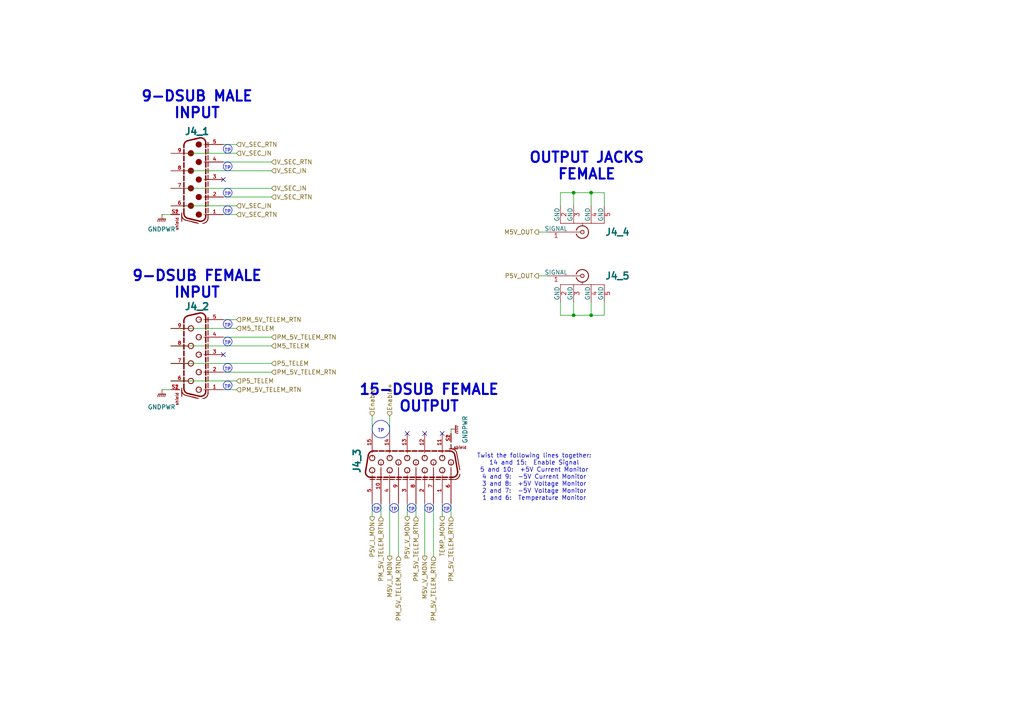
<source format=kicad_sch>
(kicad_sch
	(version 20250114)
	(generator "eeschema")
	(generator_version "9.0")
	(uuid "7232e549-e6b6-4917-9422-025f4be7190c")
	(paper "A4")
	(lib_symbols
		(symbol "6180XX231121_618009231121_1"
			(pin_names
				(offset 1.016)
			)
			(exclude_from_sim no)
			(in_bom yes)
			(on_board yes)
			(property "Reference" "J"
				(at 13.78 1.66 0)
				(effects
					(font
						(size 1.27 1.27)
					)
					(justify left bottom)
				)
			)
			(property "Value" "618009231121"
				(at 0 0 0)
				(effects
					(font
						(size 1.27 1.27)
					)
					(justify bottom)
					(hide yes)
				)
			)
			(property "Footprint" "6180XX231121_618009231121:618009231121"
				(at 0 0 0)
				(effects
					(font
						(size 1.27 1.27)
					)
					(justify bottom)
					(hide yes)
				)
			)
			(property "Datasheet" "https://www.we-online.com/components/products/datasheet/618009231121.pdf"
				(at 0 0 0)
				(effects
					(font
						(size 1.27 1.27)
					)
					(hide yes)
				)
			)
			(property "Description" "9 Position D-Sub Receptacle, Female Sockets Connector"
				(at 0 0 0)
				(effects
					(font
						(size 1.27 1.27)
					)
					(hide yes)
				)
			)
			(property "Manufacturer" "Wurth Elektronik"
				(at 0 0 0)
				(effects
					(font
						(size 1.27 1.27)
					)
					(justify bottom)
					(hide yes)
				)
			)
			(property "Man. Part Num" "618009231121"
				(at 0 0 0)
				(effects
					(font
						(size 1.27 1.27)
					)
					(justify bottom)
					(hide yes)
				)
			)
			(property "Gender" "Female"
				(at 0 0 0)
				(effects
					(font
						(size 1.27 1.27)
					)
					(justify bottom)
					(hide yes)
				)
			)
			(property "Part Type" "Through Hole"
				(at 0 0 0)
				(effects
					(font
						(size 1.27 1.27)
					)
					(hide yes)
				)
			)
			(property "Voltage Rating" "125 VAC"
				(at 0 0 0)
				(effects
					(font
						(size 1.27 1.27)
					)
					(justify bottom)
					(hide yes)
				)
			)
			(property "Distributor" "Digi-Key"
				(at 0 0 0)
				(effects
					(font
						(size 1.27 1.27)
					)
					(hide yes)
				)
			)
			(property "Dist. Part Num" "732-618009231121-ND"
				(at 0 0 0)
				(effects
					(font
						(size 1.27 1.27)
					)
					(hide yes)
				)
			)
			(property "Dist. URL" "https://www.digikey.com/en/products/detail/w%C3%BCrth-elektronik/618009231121/10484687?s=N4IgTCBcDaIOwGYwFoBsBGAHABmwTjAXXTHWQDkAREAXQF8g"
				(at 0 0 0)
				(effects
					(font
						(size 1.27 1.27)
					)
					(hide yes)
				)
			)
			(property "ki_keywords" "9 Position D-Sub Receptacle, Female Sockets Connector"
				(at 0 0 0)
				(effects
					(font
						(size 1.27 1.27)
					)
					(hide yes)
				)
			)
			(symbol "6180XX231121_618009231121_1_0_0"
				(polyline
					(pts
						(xy -11.7108 -0.8009) (xy -12.0642 0.6952)
					)
					(stroke
						(width 0.4064)
						(type default)
					)
					(fill
						(type none)
					)
				)
				(polyline
					(pts
						(xy -11.2729 -2.6548) (xy -11.9182 0.0772)
					)
					(stroke
						(width 0.4064)
						(type default)
					)
					(fill
						(type none)
					)
				)
				(polyline
					(pts
						(xy -10.795 3.175) (xy -9.4305 3.175)
					)
					(stroke
						(width 0.254)
						(type default)
					)
					(fill
						(type none)
					)
				)
				(polyline
					(pts
						(xy -10.6044 2.54) (xy -9.3113 2.54)
					)
					(stroke
						(width 0.4064)
						(type default)
					)
					(fill
						(type none)
					)
				)
				(arc
					(start -12.0642 0.6952)
					(mid -11.7806 1.9708)
					(end -10.6044 2.54)
					(stroke
						(width 0.4064)
						(type default)
					)
					(fill
						(type none)
					)
				)
				(polyline
					(pts
						(xy -10.16 2.58) (xy -10.16 1.935)
					)
					(stroke
						(width 0.1524)
						(type default)
					)
					(fill
						(type none)
					)
				)
				(polyline
					(pts
						(xy -10.16 0.675) (xy -10.16 1.3)
					)
					(stroke
						(width 0.1524)
						(type default)
					)
					(fill
						(type none)
					)
				)
				(circle
					(center -10.16 0.508)
					(radius 0.762)
					(stroke
						(width 0.254)
						(type default)
					)
					(fill
						(type none)
					)
				)
				(arc
					(start -9.8131 -3.81)
					(mid -10.7439 -3.4862)
					(end -11.2729 -2.6548)
					(stroke
						(width 0.4064)
						(type default)
					)
					(fill
						(type none)
					)
				)
				(polyline
					(pts
						(xy -9.237 -3.81) (xy -9.8131 -3.81)
					)
					(stroke
						(width 0.4064)
						(type default)
					)
					(fill
						(type none)
					)
				)
				(polyline
					(pts
						(xy -8.89 3.175) (xy -7.5255 3.175)
					)
					(stroke
						(width 0.254)
						(type default)
					)
					(fill
						(type none)
					)
				)
				(polyline
					(pts
						(xy -8.6994 2.54) (xy -7.4063 2.54)
					)
					(stroke
						(width 0.4064)
						(type default)
					)
					(fill
						(type none)
					)
				)
				(circle
					(center -7.62 -1.778)
					(radius 0.762)
					(stroke
						(width 0.254)
						(type default)
					)
					(fill
						(type none)
					)
				)
				(polyline
					(pts
						(xy -7.332 -3.81) (xy -8.6596 -3.81)
					)
					(stroke
						(width 0.4064)
						(type default)
					)
					(fill
						(type none)
					)
				)
				(polyline
					(pts
						(xy -6.985 3.175) (xy -5.6205 3.175)
					)
					(stroke
						(width 0.254)
						(type default)
					)
					(fill
						(type none)
					)
				)
				(polyline
					(pts
						(xy -6.7944 2.54) (xy -5.5013 2.54)
					)
					(stroke
						(width 0.4064)
						(type default)
					)
					(fill
						(type none)
					)
				)
				(polyline
					(pts
						(xy -5.427 -3.81) (xy -6.7546 -3.81)
					)
					(stroke
						(width 0.4064)
						(type default)
					)
					(fill
						(type none)
					)
				)
				(polyline
					(pts
						(xy -5.08 3.175) (xy -3.7155 3.175)
					)
					(stroke
						(width 0.254)
						(type default)
					)
					(fill
						(type none)
					)
				)
				(polyline
					(pts
						(xy -5.08 2.58) (xy -5.08 1.935)
					)
					(stroke
						(width 0.1524)
						(type default)
					)
					(fill
						(type none)
					)
				)
				(polyline
					(pts
						(xy -5.08 0.675) (xy -5.08 1.3)
					)
					(stroke
						(width 0.1524)
						(type default)
					)
					(fill
						(type none)
					)
				)
				(circle
					(center -5.08 0.508)
					(radius 0.762)
					(stroke
						(width 0.254)
						(type default)
					)
					(fill
						(type none)
					)
				)
				(polyline
					(pts
						(xy -4.8894 2.54) (xy -3.5963 2.54)
					)
					(stroke
						(width 0.4064)
						(type default)
					)
					(fill
						(type none)
					)
				)
				(polyline
					(pts
						(xy -3.522 -3.81) (xy -4.8496 -3.81)
					)
					(stroke
						(width 0.4064)
						(type default)
					)
					(fill
						(type none)
					)
				)
				(polyline
					(pts
						(xy -3.175 3.175) (xy -1.8105 3.175)
					)
					(stroke
						(width 0.254)
						(type default)
					)
					(fill
						(type none)
					)
				)
				(polyline
					(pts
						(xy -2.9844 2.54) (xy -1.6913 2.54)
					)
					(stroke
						(width 0.4064)
						(type default)
					)
					(fill
						(type none)
					)
				)
				(circle
					(center -2.54 -1.778)
					(radius 0.762)
					(stroke
						(width 0.254)
						(type default)
					)
					(fill
						(type none)
					)
				)
				(polyline
					(pts
						(xy -1.617 -3.81) (xy -2.9446 -3.81)
					)
					(stroke
						(width 0.4064)
						(type default)
					)
					(fill
						(type none)
					)
				)
				(polyline
					(pts
						(xy -1.27 3.175) (xy 0.0945 3.175)
					)
					(stroke
						(width 0.254)
						(type default)
					)
					(fill
						(type none)
					)
				)
				(polyline
					(pts
						(xy -1.0794 2.54) (xy 0.2137 2.54)
					)
					(stroke
						(width 0.4064)
						(type default)
					)
					(fill
						(type none)
					)
				)
				(polyline
					(pts
						(xy 0 2.58) (xy 0 1.935)
					)
					(stroke
						(width 0.1524)
						(type default)
					)
					(fill
						(type none)
					)
				)
				(polyline
					(pts
						(xy 0 0.675) (xy 0 1.3)
					)
					(stroke
						(width 0.1524)
						(type default)
					)
					(fill
						(type none)
					)
				)
				(circle
					(center 0 0.508)
					(radius 0.762)
					(stroke
						(width 0.254)
						(type default)
					)
					(fill
						(type none)
					)
				)
				(polyline
					(pts
						(xy 0.288 -3.81) (xy -1.0396 -3.81)
					)
					(stroke
						(width 0.4064)
						(type default)
					)
					(fill
						(type none)
					)
				)
				(polyline
					(pts
						(xy 0.635 3.175) (xy 1.9996 3.175)
					)
					(stroke
						(width 0.254)
						(type default)
					)
					(fill
						(type none)
					)
				)
				(polyline
					(pts
						(xy 0.8256 2.54) (xy 2.1187 2.54)
					)
					(stroke
						(width 0.4064)
						(type default)
					)
					(fill
						(type none)
					)
				)
				(polyline
					(pts
						(xy 2.1931 -3.81) (xy 0.8654 -3.81)
					)
					(stroke
						(width 0.4064)
						(type default)
					)
					(fill
						(type none)
					)
				)
				(polyline
					(pts
						(xy 2.54 3.175) (xy 3.9046 3.175)
					)
					(stroke
						(width 0.254)
						(type default)
					)
					(fill
						(type none)
					)
				)
				(circle
					(center 2.54 -1.778)
					(radius 0.762)
					(stroke
						(width 0.254)
						(type default)
					)
					(fill
						(type none)
					)
				)
				(polyline
					(pts
						(xy 2.7306 2.54) (xy 4.0237 2.54)
					)
					(stroke
						(width 0.4064)
						(type default)
					)
					(fill
						(type none)
					)
				)
				(polyline
					(pts
						(xy 4.0981 -3.81) (xy 2.7704 -3.81)
					)
					(stroke
						(width 0.4064)
						(type default)
					)
					(fill
						(type none)
					)
				)
				(polyline
					(pts
						(xy 4.445 3.175) (xy 5.8096 3.175)
					)
					(stroke
						(width 0.254)
						(type default)
					)
					(fill
						(type none)
					)
				)
				(polyline
					(pts
						(xy 4.6356 2.54) (xy 5.9287 2.54)
					)
					(stroke
						(width 0.4064)
						(type default)
					)
					(fill
						(type none)
					)
				)
				(polyline
					(pts
						(xy 5.08 2.58) (xy 5.08 1.935)
					)
					(stroke
						(width 0.1524)
						(type default)
					)
					(fill
						(type none)
					)
				)
				(polyline
					(pts
						(xy 5.08 0.675) (xy 5.08 1.3)
					)
					(stroke
						(width 0.1524)
						(type default)
					)
					(fill
						(type none)
					)
				)
				(circle
					(center 5.08 0.508)
					(radius 0.762)
					(stroke
						(width 0.254)
						(type default)
					)
					(fill
						(type none)
					)
				)
				(polyline
					(pts
						(xy 6.0031 -3.81) (xy 4.6754 -3.81)
					)
					(stroke
						(width 0.4064)
						(type default)
					)
					(fill
						(type none)
					)
				)
				(polyline
					(pts
						(xy 6.35 3.175) (xy 7.7146 3.175)
					)
					(stroke
						(width 0.254)
						(type default)
					)
					(fill
						(type none)
					)
				)
				(polyline
					(pts
						(xy 6.5406 2.54) (xy 7.8337 2.54)
					)
					(stroke
						(width 0.4064)
						(type default)
					)
					(fill
						(type none)
					)
				)
				(circle
					(center 7.62 -1.778)
					(radius 0.762)
					(stroke
						(width 0.254)
						(type default)
					)
					(fill
						(type none)
					)
				)
				(polyline
					(pts
						(xy 7.9081 -3.81) (xy 6.5804 -3.81)
					)
					(stroke
						(width 0.4064)
						(type default)
					)
					(fill
						(type none)
					)
				)
				(polyline
					(pts
						(xy 8.255 3.175) (xy 9.6196 3.175)
					)
					(stroke
						(width 0.254)
						(type default)
					)
					(fill
						(type none)
					)
				)
				(polyline
					(pts
						(xy 8.4456 2.54) (xy 9.7387 2.54)
					)
					(stroke
						(width 0.4064)
						(type default)
					)
					(fill
						(type none)
					)
				)
				(arc
					(start 11.2729 -2.6548)
					(mid 10.7439 -3.4863)
					(end 9.8131 -3.81)
					(stroke
						(width 0.4064)
						(type default)
					)
					(fill
						(type none)
					)
				)
				(polyline
					(pts
						(xy 9.8131 -3.81) (xy 8.4854 -3.81)
					)
					(stroke
						(width 0.4064)
						(type default)
					)
					(fill
						(type none)
					)
				)
				(polyline
					(pts
						(xy 10.16 3.175) (xy 11.2 3.175)
					)
					(stroke
						(width 0.254)
						(type default)
					)
					(fill
						(type none)
					)
				)
				(polyline
					(pts
						(xy 10.16 2.58) (xy 10.16 1.935)
					)
					(stroke
						(width 0.1524)
						(type default)
					)
					(fill
						(type none)
					)
				)
				(polyline
					(pts
						(xy 10.16 0.675) (xy 10.16 1.3)
					)
					(stroke
						(width 0.1524)
						(type default)
					)
					(fill
						(type none)
					)
				)
				(circle
					(center 10.16 0.508)
					(radius 0.762)
					(stroke
						(width 0.254)
						(type default)
					)
					(fill
						(type none)
					)
				)
				(polyline
					(pts
						(xy 10.16 -4.445) (xy 10.16 -4.445)
					)
					(stroke
						(width 0.254)
						(type default)
					)
					(fill
						(type none)
					)
				)
				(polyline
					(pts
						(xy 10.16 -6.35) (xy 10.16 -5.08)
					)
					(stroke
						(width 0.254)
						(type default)
					)
					(fill
						(type none)
					)
				)
				(polyline
					(pts
						(xy 10.2 -4.44) (xy 9.6938 -4.44)
					)
					(stroke
						(width 0.254)
						(type default)
					)
					(fill
						(type none)
					)
				)
				(arc
					(start 11.7841 -3.3038)
					(mid 11.2519 -4.1219)
					(end 10.3288 -4.44)
					(stroke
						(width 0.254)
						(type default)
					)
					(fill
						(type none)
					)
				)
				(polyline
					(pts
						(xy 10.3506 2.54) (xy 10.6044 2.54)
					)
					(stroke
						(width 0.4064)
						(type default)
					)
					(fill
						(type none)
					)
				)
				(arc
					(start 10.6044 2.54)
					(mid 11.7804 1.9707)
					(end 12.0642 0.6952)
					(stroke
						(width 0.4064)
						(type default)
					)
					(fill
						(type none)
					)
				)
				(arc
					(start 11.2 3.175)
					(mid 12.2607 2.7357)
					(end 12.7 1.675)
					(stroke
						(width 0.254)
						(type default)
					)
					(fill
						(type none)
					)
				)
				(polyline
					(pts
						(xy 11.6263 -1.1588) (xy 11.2729 -2.6548)
					)
					(stroke
						(width 0.4064)
						(type default)
					)
					(fill
						(type none)
					)
				)
				(polyline
					(pts
						(xy 11.7841 -3.3038) (xy 12.546 -0.256)
					)
					(stroke
						(width 0.254)
						(type default)
					)
					(fill
						(type none)
					)
				)
				(polyline
					(pts
						(xy 12.0642 0.6952) (xy 11.4189 -2.0369)
					)
					(stroke
						(width 0.4064)
						(type default)
					)
					(fill
						(type none)
					)
				)
				(polyline
					(pts
						(xy 12.105 -4.44) (xy 10.3288 -4.44)
					)
					(stroke
						(width 0.254)
						(type default)
					)
					(fill
						(type none)
					)
				)
				(polyline
					(pts
						(xy 12.2461 -1.4557) (xy 12.7 0.36)
					)
					(stroke
						(width 0.254)
						(type default)
					)
					(fill
						(type none)
					)
				)
				(text "shield"
					(at 10.9 -5.32 0)
					(effects
						(font
							(size 0.8128 0.8128)
						)
						(justify left bottom)
					)
				)
				(pin bidirectional line
					(at -10.16 7.62 270)
					(length 5.08)
					(name "~"
						(effects
							(font
								(size 1.016 1.016)
							)
						)
					)
					(number "5"
						(effects
							(font
								(size 1.016 1.016)
							)
						)
					)
				)
				(pin bidirectional line
					(at -7.62 -7.62 90)
					(length 5.08)
					(name "~"
						(effects
							(font
								(size 1.016 1.016)
							)
						)
					)
					(number "9"
						(effects
							(font
								(size 1.016 1.016)
							)
						)
					)
				)
				(pin bidirectional line
					(at -5.08 7.62 270)
					(length 5.08)
					(name "~"
						(effects
							(font
								(size 1.016 1.016)
							)
						)
					)
					(number "4"
						(effects
							(font
								(size 1.016 1.016)
							)
						)
					)
				)
				(pin bidirectional line
					(at -2.54 -7.62 90)
					(length 5.08)
					(name "~"
						(effects
							(font
								(size 1.016 1.016)
							)
						)
					)
					(number "8"
						(effects
							(font
								(size 1.016 1.016)
							)
						)
					)
				)
				(pin bidirectional line
					(at 0 7.62 270)
					(length 5.08)
					(name "~"
						(effects
							(font
								(size 1.016 1.016)
							)
						)
					)
					(number "3"
						(effects
							(font
								(size 1.016 1.016)
							)
						)
					)
				)
				(pin bidirectional line
					(at 2.54 -7.62 90)
					(length 5.08)
					(name "~"
						(effects
							(font
								(size 1.016 1.016)
							)
						)
					)
					(number "7"
						(effects
							(font
								(size 1.016 1.016)
							)
						)
					)
				)
				(pin bidirectional line
					(at 5.08 7.62 270)
					(length 5.08)
					(name "~"
						(effects
							(font
								(size 1.016 1.016)
							)
						)
					)
					(number "2"
						(effects
							(font
								(size 1.016 1.016)
							)
						)
					)
				)
				(pin bidirectional line
					(at 10.16 7.62 270)
					(length 5.08)
					(name "~"
						(effects
							(font
								(size 1.016 1.016)
							)
						)
					)
					(number "1"
						(effects
							(font
								(size 1.016 1.016)
							)
						)
					)
				)
				(pin bidirectional line
					(at 10.16 -7.62 90)
					(length 2.54)
					(name "~"
						(effects
							(font
								(size 1.016 1.016)
							)
						)
					)
					(number "S2"
						(effects
							(font
								(size 1.016 1.016)
							)
						)
					)
				)
			)
			(symbol "6180XX231121_618009231121_1_1_0"
				(pin bidirectional line
					(at 7.62 -7.62 90)
					(length 5.08)
					(name "~"
						(effects
							(font
								(size 1.016 1.016)
							)
						)
					)
					(number "6"
						(effects
							(font
								(size 1.016 1.016)
							)
						)
					)
				)
				(pin bidirectional line
					(at 10.16 -7.62 90)
					(length 2.54)
					(name "~"
						(effects
							(font
								(size 1.016 1.016)
							)
						)
					)
					(number "S1"
						(effects
							(font
								(size 1.016 1.016)
							)
						)
					)
				)
			)
			(embedded_fonts no)
		)
		(symbol "Adam_Tech:RF2-49B-T-00-50-G-HDW"
			(pin_names
				(offset 0)
			)
			(exclude_from_sim no)
			(in_bom yes)
			(on_board yes)
			(property "Reference" "J"
				(at 14.732 20.32 0)
				(effects
					(font
						(size 1.524 1.524)
					)
				)
			)
			(property "Value" "RF2-49B-T-00-50-G-HDW"
				(at 18.542 23.368 0)
				(effects
					(font
						(size 1.524 1.524)
					)
					(hide yes)
				)
			)
			(property "Footprint" "Adam_Tech:CONN_RF2-49B-T-00-50-G-HDW_ADM"
				(at 12.7 2.794 0)
				(effects
					(font
						(size 1.27 1.27)
						(italic yes)
					)
					(hide yes)
				)
			)
			(property "Datasheet" "https://app.adam-tech.com/products/download/data_sheet/219119/rf2-49b-t-00-50-g-hdw-data-sheet.pdf"
				(at 10.922 0.762 0)
				(effects
					(font
						(size 1.27 1.27)
						(italic yes)
					)
					(hide yes)
				)
			)
			(property "Description" "SMA Connector Jack, Female Socket 50 Ohms Through Hole, Right Angle Solder (Voltage Rating = 335V)"
				(at 6.35 17.78 0)
				(effects
					(font
						(size 1.27 1.27)
					)
					(hide yes)
				)
			)
			(property "Manufacturer" "Adam Tech"
				(at 0 0 0)
				(effects
					(font
						(size 1.27 1.27)
					)
					(hide yes)
				)
			)
			(property "Man. Part Num" "RF2-49B-T-00-50-G-HDW"
				(at 0 0 0)
				(effects
					(font
						(size 1.27 1.27)
					)
					(hide yes)
				)
			)
			(property "Distributor" "Mouser"
				(at 0 0 0)
				(effects
					(font
						(size 1.27 1.27)
					)
					(hide yes)
				)
			)
			(property "Dist. Part Num" "737-RF249BT0050GHDW"
				(at 0 0 0)
				(effects
					(font
						(size 1.27 1.27)
					)
					(hide yes)
				)
			)
			(property "Part Type" "Through Hole"
				(at 0 0 0)
				(effects
					(font
						(size 1.27 1.27)
					)
					(hide yes)
				)
			)
			(property "Package" "SMA"
				(at 0 0 0)
				(effects
					(font
						(size 1.27 1.27)
					)
					(hide yes)
				)
			)
			(property "Notes" ""
				(at 0 0 0)
				(effects
					(font
						(size 1.27 1.27)
					)
					(hide yes)
				)
			)
			(property "ki_keywords" "RF2-49B-T-00-50-G-HDW"
				(at 0 0 0)
				(effects
					(font
						(size 1.27 1.27)
					)
					(hide yes)
				)
			)
			(property "ki_fp_filters" "CONN_RF2-49B-T-00-50-G-HDW_ADM"
				(at 0 0 0)
				(effects
					(font
						(size 1.27 1.27)
					)
					(hide yes)
				)
			)
			(symbol "RF2-49B-T-00-50-G-HDW_0_1"
				(polyline
					(pts
						(xy 11.43 13.97) (xy 24.13 13.97)
					)
					(stroke
						(width 0)
						(type default)
					)
					(fill
						(type none)
					)
				)
				(polyline
					(pts
						(xy 15.24 16.51) (xy 12.7 16.51)
					)
					(stroke
						(width 0)
						(type default)
					)
					(fill
						(type none)
					)
				)
				(polyline
					(pts
						(xy 15.24 16.51) (xy 17.272 16.51)
					)
					(stroke
						(width 0)
						(type default)
					)
					(fill
						(type none)
					)
				)
				(arc
					(start 16.002 17.018)
					(mid 18.0023 18.3184)
					(end 19.558 16.51)
					(stroke
						(width 0.254)
						(type default)
					)
					(fill
						(type none)
					)
				)
				(arc
					(start 19.558 16.51)
					(mid 18.0022 14.7022)
					(end 16.002 16.002)
					(stroke
						(width 0.254)
						(type default)
					)
					(fill
						(type none)
					)
				)
				(circle
					(center 17.78 16.51)
					(radius 0.508)
					(stroke
						(width 0.2032)
						(type default)
					)
					(fill
						(type none)
					)
				)
				(polyline
					(pts
						(xy 17.78 13.97) (xy 17.78 14.732)
					)
					(stroke
						(width 0)
						(type default)
					)
					(fill
						(type none)
					)
				)
			)
			(symbol "RF2-49B-T-00-50-G-HDW_1_1"
				(pin unspecified line
					(at 7.62 16.51 0)
					(length 5.08)
					(name "SIGNAL"
						(effects
							(font
								(size 1.27 1.27)
							)
						)
					)
					(number "1"
						(effects
							(font
								(size 1.27 1.27)
							)
						)
					)
				)
				(pin power_in line
					(at 11.43 8.89 90)
					(length 5.08)
					(name "GND"
						(effects
							(font
								(size 1.27 1.27)
							)
						)
					)
					(number "2"
						(effects
							(font
								(size 1.27 1.27)
							)
						)
					)
				)
				(pin power_in line
					(at 15.24 8.89 90)
					(length 5.08)
					(name "GND"
						(effects
							(font
								(size 1.27 1.27)
							)
						)
					)
					(number "3"
						(effects
							(font
								(size 1.27 1.27)
							)
						)
					)
				)
				(pin power_in line
					(at 20.32 8.89 90)
					(length 5.08)
					(name "GND"
						(effects
							(font
								(size 1.27 1.27)
							)
						)
					)
					(number "4"
						(effects
							(font
								(size 1.27 1.27)
							)
						)
					)
				)
				(pin power_in line
					(at 24.13 8.89 90)
					(length 5.08)
					(name "GND"
						(effects
							(font
								(size 1.27 1.27)
							)
						)
					)
					(number "5"
						(effects
							(font
								(size 1.27 1.27)
							)
						)
					)
				)
			)
			(symbol "RF2-49B-T-00-50-G-HDW_1_2"
				(polyline
					(pts
						(xy 5.08 2.54) (xy 5.08 -12.7)
					)
					(stroke
						(width 0.127)
						(type default)
					)
					(fill
						(type none)
					)
				)
				(polyline
					(pts
						(xy 5.08 -12.7) (xy 12.7 -12.7)
					)
					(stroke
						(width 0.127)
						(type default)
					)
					(fill
						(type none)
					)
				)
				(polyline
					(pts
						(xy 7.62 0) (xy 5.08 0)
					)
					(stroke
						(width 0.127)
						(type default)
					)
					(fill
						(type none)
					)
				)
				(polyline
					(pts
						(xy 7.62 0) (xy 8.89 0.8467)
					)
					(stroke
						(width 0.127)
						(type default)
					)
					(fill
						(type none)
					)
				)
				(polyline
					(pts
						(xy 7.62 0) (xy 8.89 -0.8467)
					)
					(stroke
						(width 0.127)
						(type default)
					)
					(fill
						(type none)
					)
				)
				(polyline
					(pts
						(xy 7.62 -2.54) (xy 5.08 -2.54)
					)
					(stroke
						(width 0.127)
						(type default)
					)
					(fill
						(type none)
					)
				)
				(polyline
					(pts
						(xy 7.62 -2.54) (xy 8.89 -1.6933)
					)
					(stroke
						(width 0.127)
						(type default)
					)
					(fill
						(type none)
					)
				)
				(polyline
					(pts
						(xy 7.62 -2.54) (xy 8.89 -3.3867)
					)
					(stroke
						(width 0.127)
						(type default)
					)
					(fill
						(type none)
					)
				)
				(polyline
					(pts
						(xy 7.62 -5.08) (xy 5.08 -5.08)
					)
					(stroke
						(width 0.127)
						(type default)
					)
					(fill
						(type none)
					)
				)
				(polyline
					(pts
						(xy 7.62 -5.08) (xy 8.89 -4.2333)
					)
					(stroke
						(width 0.127)
						(type default)
					)
					(fill
						(type none)
					)
				)
				(polyline
					(pts
						(xy 7.62 -5.08) (xy 8.89 -5.9267)
					)
					(stroke
						(width 0.127)
						(type default)
					)
					(fill
						(type none)
					)
				)
				(polyline
					(pts
						(xy 7.62 -7.62) (xy 5.08 -7.62)
					)
					(stroke
						(width 0.127)
						(type default)
					)
					(fill
						(type none)
					)
				)
				(polyline
					(pts
						(xy 7.62 -7.62) (xy 8.89 -6.7733)
					)
					(stroke
						(width 0.127)
						(type default)
					)
					(fill
						(type none)
					)
				)
				(polyline
					(pts
						(xy 7.62 -7.62) (xy 8.89 -8.4667)
					)
					(stroke
						(width 0.127)
						(type default)
					)
					(fill
						(type none)
					)
				)
				(polyline
					(pts
						(xy 7.62 -10.16) (xy 5.08 -10.16)
					)
					(stroke
						(width 0.127)
						(type default)
					)
					(fill
						(type none)
					)
				)
				(polyline
					(pts
						(xy 7.62 -10.16) (xy 8.89 -9.3133)
					)
					(stroke
						(width 0.127)
						(type default)
					)
					(fill
						(type none)
					)
				)
				(polyline
					(pts
						(xy 7.62 -10.16) (xy 8.89 -11.0067)
					)
					(stroke
						(width 0.127)
						(type default)
					)
					(fill
						(type none)
					)
				)
				(polyline
					(pts
						(xy 12.7 2.54) (xy 5.08 2.54)
					)
					(stroke
						(width 0.127)
						(type default)
					)
					(fill
						(type none)
					)
				)
				(polyline
					(pts
						(xy 12.7 -12.7) (xy 12.7 2.54)
					)
					(stroke
						(width 0.127)
						(type default)
					)
					(fill
						(type none)
					)
				)
				(pin unspecified line
					(at 0 0 0)
					(length 5.08)
					(name "SIGNAL"
						(effects
							(font
								(size 1.27 1.27)
							)
						)
					)
					(number "1"
						(effects
							(font
								(size 1.27 1.27)
							)
						)
					)
				)
				(pin unspecified line
					(at 0 -2.54 0)
					(length 5.08)
					(name "GND"
						(effects
							(font
								(size 1.27 1.27)
							)
						)
					)
					(number "2"
						(effects
							(font
								(size 1.27 1.27)
							)
						)
					)
				)
				(pin unspecified line
					(at 0 -5.08 0)
					(length 5.08)
					(name "GND"
						(effects
							(font
								(size 1.27 1.27)
							)
						)
					)
					(number "3"
						(effects
							(font
								(size 1.27 1.27)
							)
						)
					)
				)
				(pin unspecified line
					(at 0 -7.62 0)
					(length 5.08)
					(name "GND"
						(effects
							(font
								(size 1.27 1.27)
							)
						)
					)
					(number "4"
						(effects
							(font
								(size 1.27 1.27)
							)
						)
					)
				)
				(pin unspecified line
					(at 0 -10.16 0)
					(length 5.08)
					(name "GND"
						(effects
							(font
								(size 1.27 1.27)
							)
						)
					)
					(number "5"
						(effects
							(font
								(size 1.27 1.27)
							)
						)
					)
				)
			)
			(embedded_fonts no)
		)
		(symbol "Wurth_Elektronik:6180XX231121_618009231121"
			(pin_names
				(offset 1.016)
			)
			(exclude_from_sim no)
			(in_bom yes)
			(on_board yes)
			(property "Reference" "J"
				(at 13.78 1.66 0)
				(effects
					(font
						(size 1.27 1.27)
					)
					(justify left bottom)
				)
			)
			(property "Value" "618009231121"
				(at 0 0 0)
				(effects
					(font
						(size 1.27 1.27)
					)
					(justify bottom)
					(hide yes)
				)
			)
			(property "Footprint" "6180XX231121_618009231121:618009231121"
				(at 0 0 0)
				(effects
					(font
						(size 1.27 1.27)
					)
					(justify bottom)
					(hide yes)
				)
			)
			(property "Datasheet" "https://www.we-online.com/components/products/datasheet/618009231121.pdf"
				(at 0 0 0)
				(effects
					(font
						(size 1.27 1.27)
					)
					(hide yes)
				)
			)
			(property "Description" "9 Position D-Sub Plug, Male Pins Connector"
				(at 0 0 0)
				(effects
					(font
						(size 1.27 1.27)
					)
					(hide yes)
				)
			)
			(property "Manufacturer" "Würth Elektronik"
				(at 0 0 0)
				(effects
					(font
						(size 1.27 1.27)
					)
					(justify bottom)
					(hide yes)
				)
			)
			(property "Description_1" "\nSOCKET, D SUB, PCB, R/A, 9WAY; No. of Contacts:9Contacts; Gender:Receptacle; Contact Termination Type:Solder; D Sub Shell Size:DE; Product Range:WR-DSUB Series; Connector Body Material:Steel Body; Contact Material:Copper Alloy; Contact Plating:Gold Plated Contacts; SVHC:Lead (15-Jan-2019); Connector Mounting:Through Hole Mount Right Angle; Contact Termination:Solder; D Sub Connector Type:Standard; No. of Mating Cycles:50\n"
				(at 0 0 0)
				(effects
					(font
						(size 1.27 1.27)
					)
					(justify bottom)
					(hide yes)
				)
			)
			(property "Package" "-"
				(at 0 0 0)
				(effects
					(font
						(size 1.27 1.27)
					)
					(justify bottom)
					(hide yes)
				)
			)
			(property "Purchase-URL" "https://www.snapeda.com/api/url_track_click_mouser/?unipart_id=1118240&manufacturer=Würth Elektronik&part_name=618009231121&search_term=618009231121"
				(at 0 0 0)
				(effects
					(font
						(size 1.27 1.27)
					)
					(justify bottom)
					(hide yes)
				)
			)
			(property "GENDER" "Female"
				(at 0 0 0)
				(effects
					(font
						(size 1.27 1.27)
					)
					(justify bottom)
					(hide yes)
				)
			)
			(property "Price" "None"
				(at 0 0 0)
				(effects
					(font
						(size 1.27 1.27)
					)
					(justify bottom)
					(hide yes)
				)
			)
			(property "PART-NUMBER" "618009231121"
				(at 0 0 0)
				(effects
					(font
						(size 1.27 1.27)
					)
					(justify bottom)
					(hide yes)
				)
			)
			(property "SnapEDA_Link" "https://www.snapeda.com/parts/618009231121/Wurth+Elektronik/view-part/?ref=snap"
				(at 0 0 0)
				(effects
					(font
						(size 1.27 1.27)
					)
					(justify bottom)
					(hide yes)
				)
			)
			(property "DATASHEET-URL" "https://www.we-online.com/redexpert/spec/618009231121?ae"
				(at 0 0 0)
				(effects
					(font
						(size 1.27 1.27)
					)
					(justify bottom)
					(hide yes)
				)
			)
			(property "Man. Part Num" "618009231121"
				(at 0 0 0)
				(effects
					(font
						(size 1.27 1.27)
					)
					(justify bottom)
					(hide yes)
				)
			)
			(property "WORKING-VOLTAGE" "125 V(AC)"
				(at 0 0 0)
				(effects
					(font
						(size 1.27 1.27)
					)
					(justify bottom)
					(hide yes)
				)
			)
			(property "PINS" "9"
				(at 0 0 0)
				(effects
					(font
						(size 1.27 1.27)
					)
					(justify bottom)
					(hide yes)
				)
			)
			(property "WE-NUMBER" "618009231121"
				(at 0 0 0)
				(effects
					(font
						(size 1.27 1.27)
					)
					(justify bottom)
					(hide yes)
				)
			)
			(property "TYPE" "Angled"
				(at 0 0 0)
				(effects
					(font
						(size 1.27 1.27)
					)
					(justify bottom)
					(hide yes)
				)
			)
			(property "Availability" "In Stock"
				(at 0 0 0)
				(effects
					(font
						(size 1.27 1.27)
					)
					(justify bottom)
					(hide yes)
				)
			)
			(property "Check_prices" "https://www.snapeda.com/parts/618009231121/Wurth+Elektronik/view-part/?ref=eda"
				(at 0 0 0)
				(effects
					(font
						(size 1.27 1.27)
					)
					(justify bottom)
					(hide yes)
				)
			)
			(property "Part Type" "Through Hole"
				(at 0 0 0)
				(effects
					(font
						(size 1.27 1.27)
					)
					(hide yes)
				)
			)
			(property "Distributor" "Digi-Key"
				(at 0 0 0)
				(effects
					(font
						(size 1.27 1.27)
					)
					(hide yes)
				)
			)
			(property "Dist. Part Num" "732-618009231121-ND"
				(at 0 0 0)
				(effects
					(font
						(size 1.27 1.27)
					)
					(hide yes)
				)
			)
			(property "Notes" ""
				(at 0 0 0)
				(effects
					(font
						(size 1.27 1.27)
					)
					(hide yes)
				)
			)
			(symbol "6180XX231121_618009231121_0_0"
				(polyline
					(pts
						(xy -11.7108 -0.8009) (xy -12.0642 0.6952)
					)
					(stroke
						(width 0.4064)
						(type default)
					)
					(fill
						(type none)
					)
				)
				(polyline
					(pts
						(xy -11.2729 -2.6548) (xy -11.9182 0.0772)
					)
					(stroke
						(width 0.4064)
						(type default)
					)
					(fill
						(type none)
					)
				)
				(polyline
					(pts
						(xy -10.795 3.175) (xy -9.4305 3.175)
					)
					(stroke
						(width 0.254)
						(type default)
					)
					(fill
						(type none)
					)
				)
				(polyline
					(pts
						(xy -10.6044 2.54) (xy -9.3113 2.54)
					)
					(stroke
						(width 0.4064)
						(type default)
					)
					(fill
						(type none)
					)
				)
				(arc
					(start -12.0642 0.6952)
					(mid -11.7806 1.9708)
					(end -10.6044 2.54)
					(stroke
						(width 0.4064)
						(type default)
					)
					(fill
						(type none)
					)
				)
				(polyline
					(pts
						(xy -10.16 2.58) (xy -10.16 1.935)
					)
					(stroke
						(width 0.1524)
						(type default)
					)
					(fill
						(type none)
					)
				)
				(polyline
					(pts
						(xy -10.16 0.675) (xy -10.16 1.3)
					)
					(stroke
						(width 0.1524)
						(type default)
					)
					(fill
						(type none)
					)
				)
				(circle
					(center -10.16 0.508)
					(radius 0.762)
					(stroke
						(width 0.254)
						(type default)
					)
					(fill
						(type outline)
					)
				)
				(arc
					(start -9.8131 -3.81)
					(mid -10.7439 -3.4862)
					(end -11.2729 -2.6548)
					(stroke
						(width 0.4064)
						(type default)
					)
					(fill
						(type none)
					)
				)
				(polyline
					(pts
						(xy -9.237 -3.81) (xy -9.8131 -3.81)
					)
					(stroke
						(width 0.4064)
						(type default)
					)
					(fill
						(type none)
					)
				)
				(polyline
					(pts
						(xy -8.89 3.175) (xy -7.5255 3.175)
					)
					(stroke
						(width 0.254)
						(type default)
					)
					(fill
						(type none)
					)
				)
				(polyline
					(pts
						(xy -8.6994 2.54) (xy -7.4063 2.54)
					)
					(stroke
						(width 0.4064)
						(type default)
					)
					(fill
						(type none)
					)
				)
				(circle
					(center -7.62 -1.778)
					(radius 0.762)
					(stroke
						(width 0.254)
						(type default)
					)
					(fill
						(type outline)
					)
				)
				(polyline
					(pts
						(xy -7.332 -3.81) (xy -8.6596 -3.81)
					)
					(stroke
						(width 0.4064)
						(type default)
					)
					(fill
						(type none)
					)
				)
				(polyline
					(pts
						(xy -6.985 3.175) (xy -5.6205 3.175)
					)
					(stroke
						(width 0.254)
						(type default)
					)
					(fill
						(type none)
					)
				)
				(polyline
					(pts
						(xy -6.7944 2.54) (xy -5.5013 2.54)
					)
					(stroke
						(width 0.4064)
						(type default)
					)
					(fill
						(type none)
					)
				)
				(polyline
					(pts
						(xy -5.427 -3.81) (xy -6.7546 -3.81)
					)
					(stroke
						(width 0.4064)
						(type default)
					)
					(fill
						(type none)
					)
				)
				(polyline
					(pts
						(xy -5.08 3.175) (xy -3.7155 3.175)
					)
					(stroke
						(width 0.254)
						(type default)
					)
					(fill
						(type none)
					)
				)
				(polyline
					(pts
						(xy -5.08 2.58) (xy -5.08 1.935)
					)
					(stroke
						(width 0.1524)
						(type default)
					)
					(fill
						(type none)
					)
				)
				(polyline
					(pts
						(xy -5.08 0.675) (xy -5.08 1.3)
					)
					(stroke
						(width 0.1524)
						(type default)
					)
					(fill
						(type none)
					)
				)
				(circle
					(center -5.08 0.508)
					(radius 0.762)
					(stroke
						(width 0.254)
						(type default)
					)
					(fill
						(type outline)
					)
				)
				(polyline
					(pts
						(xy -4.8894 2.54) (xy -3.5963 2.54)
					)
					(stroke
						(width 0.4064)
						(type default)
					)
					(fill
						(type none)
					)
				)
				(polyline
					(pts
						(xy -3.522 -3.81) (xy -4.8496 -3.81)
					)
					(stroke
						(width 0.4064)
						(type default)
					)
					(fill
						(type none)
					)
				)
				(polyline
					(pts
						(xy -3.175 3.175) (xy -1.8105 3.175)
					)
					(stroke
						(width 0.254)
						(type default)
					)
					(fill
						(type none)
					)
				)
				(polyline
					(pts
						(xy -2.9844 2.54) (xy -1.6913 2.54)
					)
					(stroke
						(width 0.4064)
						(type default)
					)
					(fill
						(type none)
					)
				)
				(circle
					(center -2.54 -1.778)
					(radius 0.762)
					(stroke
						(width 0.254)
						(type default)
					)
					(fill
						(type outline)
					)
				)
				(polyline
					(pts
						(xy -1.617 -3.81) (xy -2.9446 -3.81)
					)
					(stroke
						(width 0.4064)
						(type default)
					)
					(fill
						(type none)
					)
				)
				(polyline
					(pts
						(xy -1.27 3.175) (xy 0.0945 3.175)
					)
					(stroke
						(width 0.254)
						(type default)
					)
					(fill
						(type none)
					)
				)
				(polyline
					(pts
						(xy -1.0794 2.54) (xy 0.2137 2.54)
					)
					(stroke
						(width 0.4064)
						(type default)
					)
					(fill
						(type none)
					)
				)
				(polyline
					(pts
						(xy 0 2.58) (xy 0 1.935)
					)
					(stroke
						(width 0.1524)
						(type default)
					)
					(fill
						(type none)
					)
				)
				(polyline
					(pts
						(xy 0 0.675) (xy 0 1.3)
					)
					(stroke
						(width 0.1524)
						(type default)
					)
					(fill
						(type none)
					)
				)
				(circle
					(center 0 0.508)
					(radius 0.762)
					(stroke
						(width 0.254)
						(type default)
					)
					(fill
						(type outline)
					)
				)
				(polyline
					(pts
						(xy 0.288 -3.81) (xy -1.0396 -3.81)
					)
					(stroke
						(width 0.4064)
						(type default)
					)
					(fill
						(type none)
					)
				)
				(polyline
					(pts
						(xy 0.635 3.175) (xy 1.9996 3.175)
					)
					(stroke
						(width 0.254)
						(type default)
					)
					(fill
						(type none)
					)
				)
				(polyline
					(pts
						(xy 0.8256 2.54) (xy 2.1187 2.54)
					)
					(stroke
						(width 0.4064)
						(type default)
					)
					(fill
						(type none)
					)
				)
				(polyline
					(pts
						(xy 2.1931 -3.81) (xy 0.8654 -3.81)
					)
					(stroke
						(width 0.4064)
						(type default)
					)
					(fill
						(type none)
					)
				)
				(polyline
					(pts
						(xy 2.54 3.175) (xy 3.9046 3.175)
					)
					(stroke
						(width 0.254)
						(type default)
					)
					(fill
						(type none)
					)
				)
				(circle
					(center 2.54 -1.778)
					(radius 0.762)
					(stroke
						(width 0.254)
						(type default)
					)
					(fill
						(type outline)
					)
				)
				(polyline
					(pts
						(xy 2.7306 2.54) (xy 4.0237 2.54)
					)
					(stroke
						(width 0.4064)
						(type default)
					)
					(fill
						(type none)
					)
				)
				(polyline
					(pts
						(xy 4.0981 -3.81) (xy 2.7704 -3.81)
					)
					(stroke
						(width 0.4064)
						(type default)
					)
					(fill
						(type none)
					)
				)
				(polyline
					(pts
						(xy 4.445 3.175) (xy 5.8096 3.175)
					)
					(stroke
						(width 0.254)
						(type default)
					)
					(fill
						(type none)
					)
				)
				(polyline
					(pts
						(xy 4.6356 2.54) (xy 5.9287 2.54)
					)
					(stroke
						(width 0.4064)
						(type default)
					)
					(fill
						(type none)
					)
				)
				(polyline
					(pts
						(xy 5.08 2.58) (xy 5.08 1.935)
					)
					(stroke
						(width 0.1524)
						(type default)
					)
					(fill
						(type none)
					)
				)
				(polyline
					(pts
						(xy 5.08 0.675) (xy 5.08 1.3)
					)
					(stroke
						(width 0.1524)
						(type default)
					)
					(fill
						(type none)
					)
				)
				(circle
					(center 5.08 0.508)
					(radius 0.762)
					(stroke
						(width 0.254)
						(type default)
					)
					(fill
						(type outline)
					)
				)
				(polyline
					(pts
						(xy 6.0031 -3.81) (xy 4.6754 -3.81)
					)
					(stroke
						(width 0.4064)
						(type default)
					)
					(fill
						(type none)
					)
				)
				(polyline
					(pts
						(xy 6.35 3.175) (xy 7.7146 3.175)
					)
					(stroke
						(width 0.254)
						(type default)
					)
					(fill
						(type none)
					)
				)
				(polyline
					(pts
						(xy 6.5406 2.54) (xy 7.8337 2.54)
					)
					(stroke
						(width 0.4064)
						(type default)
					)
					(fill
						(type none)
					)
				)
				(circle
					(center 7.62 -1.778)
					(radius 0.762)
					(stroke
						(width 0.254)
						(type default)
					)
					(fill
						(type outline)
					)
				)
				(polyline
					(pts
						(xy 7.9081 -3.81) (xy 6.5804 -3.81)
					)
					(stroke
						(width 0.4064)
						(type default)
					)
					(fill
						(type none)
					)
				)
				(polyline
					(pts
						(xy 8.255 3.175) (xy 9.6196 3.175)
					)
					(stroke
						(width 0.254)
						(type default)
					)
					(fill
						(type none)
					)
				)
				(polyline
					(pts
						(xy 8.4456 2.54) (xy 9.7387 2.54)
					)
					(stroke
						(width 0.4064)
						(type default)
					)
					(fill
						(type none)
					)
				)
				(arc
					(start 11.2729 -2.6548)
					(mid 10.7439 -3.4863)
					(end 9.8131 -3.81)
					(stroke
						(width 0.4064)
						(type default)
					)
					(fill
						(type none)
					)
				)
				(polyline
					(pts
						(xy 9.8131 -3.81) (xy 8.4854 -3.81)
					)
					(stroke
						(width 0.4064)
						(type default)
					)
					(fill
						(type none)
					)
				)
				(polyline
					(pts
						(xy 10.16 3.175) (xy 11.2 3.175)
					)
					(stroke
						(width 0.254)
						(type default)
					)
					(fill
						(type none)
					)
				)
				(polyline
					(pts
						(xy 10.16 2.58) (xy 10.16 1.935)
					)
					(stroke
						(width 0.1524)
						(type default)
					)
					(fill
						(type none)
					)
				)
				(polyline
					(pts
						(xy 10.16 0.675) (xy 10.16 1.3)
					)
					(stroke
						(width 0.1524)
						(type default)
					)
					(fill
						(type none)
					)
				)
				(circle
					(center 10.16 0.508)
					(radius 0.762)
					(stroke
						(width 0.254)
						(type default)
					)
					(fill
						(type outline)
					)
				)
				(polyline
					(pts
						(xy 10.16 -4.445) (xy 10.16 -4.445)
					)
					(stroke
						(width 0.254)
						(type default)
					)
					(fill
						(type none)
					)
				)
				(polyline
					(pts
						(xy 10.16 -6.35) (xy 10.16 -5.08)
					)
					(stroke
						(width 0.254)
						(type default)
					)
					(fill
						(type none)
					)
				)
				(polyline
					(pts
						(xy 10.2 -4.44) (xy 9.6938 -4.44)
					)
					(stroke
						(width 0.254)
						(type default)
					)
					(fill
						(type none)
					)
				)
				(arc
					(start 11.7841 -3.3038)
					(mid 11.2519 -4.1219)
					(end 10.3288 -4.44)
					(stroke
						(width 0.254)
						(type default)
					)
					(fill
						(type none)
					)
				)
				(polyline
					(pts
						(xy 10.3506 2.54) (xy 10.6044 2.54)
					)
					(stroke
						(width 0.4064)
						(type default)
					)
					(fill
						(type none)
					)
				)
				(arc
					(start 10.6044 2.54)
					(mid 11.7804 1.9707)
					(end 12.0642 0.6952)
					(stroke
						(width 0.4064)
						(type default)
					)
					(fill
						(type none)
					)
				)
				(arc
					(start 11.2 3.175)
					(mid 12.2607 2.7357)
					(end 12.7 1.675)
					(stroke
						(width 0.254)
						(type default)
					)
					(fill
						(type none)
					)
				)
				(polyline
					(pts
						(xy 11.6263 -1.1588) (xy 11.2729 -2.6548)
					)
					(stroke
						(width 0.4064)
						(type default)
					)
					(fill
						(type none)
					)
				)
				(polyline
					(pts
						(xy 11.7841 -3.3038) (xy 12.546 -0.256)
					)
					(stroke
						(width 0.254)
						(type default)
					)
					(fill
						(type none)
					)
				)
				(polyline
					(pts
						(xy 12.0642 0.6952) (xy 11.4189 -2.0369)
					)
					(stroke
						(width 0.4064)
						(type default)
					)
					(fill
						(type none)
					)
				)
				(polyline
					(pts
						(xy 12.105 -4.44) (xy 10.3288 -4.44)
					)
					(stroke
						(width 0.254)
						(type default)
					)
					(fill
						(type none)
					)
				)
				(polyline
					(pts
						(xy 12.2461 -1.4557) (xy 12.7 0.36)
					)
					(stroke
						(width 0.254)
						(type default)
					)
					(fill
						(type none)
					)
				)
				(text "shield"
					(at 10.9 -5.32 0)
					(effects
						(font
							(size 0.8128 0.8128)
						)
						(justify left bottom)
					)
				)
				(pin bidirectional line
					(at -10.16 7.62 270)
					(length 5.08)
					(name "~"
						(effects
							(font
								(size 1.016 1.016)
							)
						)
					)
					(number "5"
						(effects
							(font
								(size 1.016 1.016)
							)
						)
					)
				)
				(pin bidirectional line
					(at -7.62 -7.62 90)
					(length 5.08)
					(name "~"
						(effects
							(font
								(size 1.016 1.016)
							)
						)
					)
					(number "9"
						(effects
							(font
								(size 1.016 1.016)
							)
						)
					)
				)
				(pin bidirectional line
					(at -5.08 7.62 270)
					(length 5.08)
					(name "~"
						(effects
							(font
								(size 1.016 1.016)
							)
						)
					)
					(number "4"
						(effects
							(font
								(size 1.016 1.016)
							)
						)
					)
				)
				(pin bidirectional line
					(at -2.54 -7.62 90)
					(length 5.08)
					(name "~"
						(effects
							(font
								(size 1.016 1.016)
							)
						)
					)
					(number "8"
						(effects
							(font
								(size 1.016 1.016)
							)
						)
					)
				)
				(pin bidirectional line
					(at 0 7.62 270)
					(length 5.08)
					(name "~"
						(effects
							(font
								(size 1.016 1.016)
							)
						)
					)
					(number "3"
						(effects
							(font
								(size 1.016 1.016)
							)
						)
					)
				)
				(pin bidirectional line
					(at 2.54 -7.62 90)
					(length 5.08)
					(name "~"
						(effects
							(font
								(size 1.016 1.016)
							)
						)
					)
					(number "7"
						(effects
							(font
								(size 1.016 1.016)
							)
						)
					)
				)
				(pin bidirectional line
					(at 5.08 7.62 270)
					(length 5.08)
					(name "~"
						(effects
							(font
								(size 1.016 1.016)
							)
						)
					)
					(number "2"
						(effects
							(font
								(size 1.016 1.016)
							)
						)
					)
				)
				(pin bidirectional line
					(at 10.16 7.62 270)
					(length 5.08)
					(name "~"
						(effects
							(font
								(size 1.016 1.016)
							)
						)
					)
					(number "1"
						(effects
							(font
								(size 1.016 1.016)
							)
						)
					)
				)
				(pin bidirectional line
					(at 10.16 -7.62 90)
					(length 2.54)
					(name "~"
						(effects
							(font
								(size 1.016 1.016)
							)
						)
					)
					(number "S2"
						(effects
							(font
								(size 1.016 1.016)
							)
						)
					)
				)
			)
			(symbol "6180XX231121_618009231121_1_0"
				(pin bidirectional line
					(at 7.62 -7.62 90)
					(length 5.08)
					(name "~"
						(effects
							(font
								(size 1.016 1.016)
							)
						)
					)
					(number "6"
						(effects
							(font
								(size 1.016 1.016)
							)
						)
					)
				)
				(pin bidirectional line
					(at 10.16 -7.62 90)
					(length 2.54)
					(name "~"
						(effects
							(font
								(size 1.016 1.016)
							)
						)
					)
					(number "S1"
						(effects
							(font
								(size 1.016 1.016)
							)
						)
					)
				)
			)
			(embedded_fonts no)
		)
		(symbol "Wurth_Elektronik:6180XX330923_618015330923"
			(pin_names
				(offset 1.016)
			)
			(exclude_from_sim no)
			(in_bom yes)
			(on_board yes)
			(property "Reference" "J"
				(at 16.32 4.2 0)
				(effects
					(font
						(size 1.27 1.27)
					)
					(justify left bottom)
				)
			)
			(property "Value" "618015330923"
				(at 0 0 0)
				(effects
					(font
						(size 1.27 1.27)
					)
					(justify bottom)
					(hide yes)
				)
			)
			(property "Footprint" "Wurth_Elektronik:618015330923"
				(at 0 0 0)
				(effects
					(font
						(size 1.27 1.27)
					)
					(justify bottom)
					(hide yes)
				)
			)
			(property "Datasheet" "https://www.we-online.com/components/products/datasheet/618015330923.pdf"
				(at 0 0 0)
				(effects
					(font
						(size 1.27 1.27)
					)
					(hide yes)
				)
			)
			(property "Description" "15 Position D-Sub, High Density Receptacle, Female Sockets Connector"
				(at 0 0 0)
				(effects
					(font
						(size 1.27 1.27)
					)
					(hide yes)
				)
			)
			(property "Manufacturer" "Würth Elektronik"
				(at 0 0 0)
				(effects
					(font
						(size 1.27 1.27)
					)
					(justify bottom)
					(hide yes)
				)
			)
			(property "Package" "None"
				(at 0 0 0)
				(effects
					(font
						(size 1.27 1.27)
					)
					(justify bottom)
					(hide yes)
				)
			)
			(property "Man. Part Num" "618015330923"
				(at 0 0 0)
				(effects
					(font
						(size 1.27 1.27)
					)
					(justify bottom)
					(hide yes)
				)
			)
			(property "Distributor" "Digi-Key"
				(at 0 0 0)
				(effects
					(font
						(size 1.27 1.27)
					)
					(hide yes)
				)
			)
			(property "Dist. Part Num" "732-618015330923-ND"
				(at 0 0 0)
				(effects
					(font
						(size 1.27 1.27)
					)
					(hide yes)
				)
			)
			(property "Part Type" "Through Hole"
				(at 0 0 0)
				(effects
					(font
						(size 1.27 1.27)
					)
					(hide yes)
				)
			)
			(property "Notes" ""
				(at 0 0 0)
				(effects
					(font
						(size 1.27 1.27)
					)
					(hide yes)
				)
			)
			(symbol "6180XX330923_618015330923_0_0"
				(polyline
					(pts
						(xy -11.9161 2.3705) (xy -12.0642 3.2352)
					)
					(stroke
						(width 0.4064)
						(type default)
					)
					(fill
						(type none)
					)
				)
				(polyline
					(pts
						(xy -11.5945 0.4928) (xy -11.883 2.1769)
					)
					(stroke
						(width 0.4064)
						(type default)
					)
					(fill
						(type none)
					)
				)
				(polyline
					(pts
						(xy -11.2729 -1.3848) (xy -11.5613 0.2993)
					)
					(stroke
						(width 0.4064)
						(type default)
					)
					(fill
						(type none)
					)
				)
				(polyline
					(pts
						(xy -10.795 5.715) (xy -9.3854 5.715)
					)
					(stroke
						(width 0.254)
						(type default)
					)
					(fill
						(type none)
					)
				)
				(polyline
					(pts
						(xy -10.6044 5.08) (xy -9.2603 5.08)
					)
					(stroke
						(width 0.4064)
						(type default)
					)
					(fill
						(type none)
					)
				)
				(arc
					(start -12.0642 3.2352)
					(mid -11.7806 4.5108)
					(end -10.6044 5.08)
					(stroke
						(width 0.4064)
						(type default)
					)
					(fill
						(type none)
					)
				)
				(polyline
					(pts
						(xy -10.16 5.12) (xy -10.16 4.475)
					)
					(stroke
						(width 0.1524)
						(type default)
					)
					(fill
						(type none)
					)
				)
				(polyline
					(pts
						(xy -10.16 3.215) (xy -10.16 3.84)
					)
					(stroke
						(width 0.1524)
						(type default)
					)
					(fill
						(type none)
					)
				)
				(circle
					(center -10.16 3.048)
					(radius 0.762)
					(stroke
						(width 0.254)
						(type default)
					)
					(fill
						(type none)
					)
				)
				(circle
					(center -10.16 -0.508)
					(radius 0.762)
					(stroke
						(width 0.254)
						(type default)
					)
					(fill
						(type none)
					)
				)
				(polyline
					(pts
						(xy -10.16 -0.675) (xy -10.16 -1.3)
					)
					(stroke
						(width 0.1524)
						(type default)
					)
					(fill
						(type none)
					)
				)
				(polyline
					(pts
						(xy -10.16 -2.58) (xy -10.16 -1.935)
					)
					(stroke
						(width 0.1524)
						(type default)
					)
					(fill
						(type none)
					)
				)
				(arc
					(start -9.8131 -2.54)
					(mid -10.7439 -2.2162)
					(end -11.2729 -1.3848)
					(stroke
						(width 0.4064)
						(type default)
					)
					(fill
						(type none)
					)
				)
				(polyline
					(pts
						(xy -8.89 5.715) (xy -7.4804 5.715)
					)
					(stroke
						(width 0.254)
						(type default)
					)
					(fill
						(type none)
					)
				)
				(polyline
					(pts
						(xy -8.6994 5.08) (xy -7.3553 5.08)
					)
					(stroke
						(width 0.4064)
						(type default)
					)
					(fill
						(type none)
					)
				)
				(polyline
					(pts
						(xy -8.602 -2.54) (xy -9.8131 -2.54)
					)
					(stroke
						(width 0.4064)
						(type default)
					)
					(fill
						(type none)
					)
				)
				(polyline
					(pts
						(xy -7.62 2.58) (xy -7.62 2.135)
					)
					(stroke
						(width 0.1524)
						(type default)
					)
					(fill
						(type none)
					)
				)
				(circle
					(center -7.62 0.762)
					(radius 0.762)
					(stroke
						(width 0.254)
						(type default)
					)
					(fill
						(type none)
					)
				)
				(polyline
					(pts
						(xy -7.62 0.675) (xy -7.62 1.5)
					)
					(stroke
						(width 0.1524)
						(type default)
					)
					(fill
						(type none)
					)
				)
				(polyline
					(pts
						(xy -6.985 5.715) (xy -5.5754 5.715)
					)
					(stroke
						(width 0.254)
						(type default)
					)
					(fill
						(type none)
					)
				)
				(polyline
					(pts
						(xy -6.7944 5.08) (xy -5.4503 5.08)
					)
					(stroke
						(width 0.4064)
						(type default)
					)
					(fill
						(type none)
					)
				)
				(polyline
					(pts
						(xy -6.697 -2.54) (xy -8.0771 -2.54)
					)
					(stroke
						(width 0.4064)
						(type default)
					)
					(fill
						(type none)
					)
				)
				(polyline
					(pts
						(xy -5.08 5.715) (xy -3.6704 5.715)
					)
					(stroke
						(width 0.254)
						(type default)
					)
					(fill
						(type none)
					)
				)
				(polyline
					(pts
						(xy -5.08 5.12) (xy -5.08 4.475)
					)
					(stroke
						(width 0.1524)
						(type default)
					)
					(fill
						(type none)
					)
				)
				(polyline
					(pts
						(xy -5.08 3.215) (xy -5.08 3.84)
					)
					(stroke
						(width 0.1524)
						(type default)
					)
					(fill
						(type none)
					)
				)
				(circle
					(center -5.08 3.048)
					(radius 0.762)
					(stroke
						(width 0.254)
						(type default)
					)
					(fill
						(type none)
					)
				)
				(circle
					(center -5.08 -0.508)
					(radius 0.762)
					(stroke
						(width 0.254)
						(type default)
					)
					(fill
						(type none)
					)
				)
				(polyline
					(pts
						(xy -5.08 -0.675) (xy -5.08 -1.3)
					)
					(stroke
						(width 0.1524)
						(type default)
					)
					(fill
						(type none)
					)
				)
				(polyline
					(pts
						(xy -5.08 -2.58) (xy -5.08 -1.935)
					)
					(stroke
						(width 0.1524)
						(type default)
					)
					(fill
						(type none)
					)
				)
				(polyline
					(pts
						(xy -4.8894 5.08) (xy -3.5453 5.08)
					)
					(stroke
						(width 0.4064)
						(type default)
					)
					(fill
						(type none)
					)
				)
				(polyline
					(pts
						(xy -4.792 -2.54) (xy -6.172 -2.54)
					)
					(stroke
						(width 0.4064)
						(type default)
					)
					(fill
						(type none)
					)
				)
				(polyline
					(pts
						(xy -3.175 5.715) (xy -1.7654 5.715)
					)
					(stroke
						(width 0.254)
						(type default)
					)
					(fill
						(type none)
					)
				)
				(polyline
					(pts
						(xy -2.9844 5.08) (xy -1.6403 5.08)
					)
					(stroke
						(width 0.4064)
						(type default)
					)
					(fill
						(type none)
					)
				)
				(polyline
					(pts
						(xy -2.887 -2.54) (xy -4.2671 -2.54)
					)
					(stroke
						(width 0.4064)
						(type default)
					)
					(fill
						(type none)
					)
				)
				(polyline
					(pts
						(xy -2.54 2.58) (xy -2.54 2.135)
					)
					(stroke
						(width 0.1524)
						(type default)
					)
					(fill
						(type none)
					)
				)
				(circle
					(center -2.54 0.762)
					(radius 0.762)
					(stroke
						(width 0.254)
						(type default)
					)
					(fill
						(type none)
					)
				)
				(polyline
					(pts
						(xy -2.54 0.675) (xy -2.54 1.5)
					)
					(stroke
						(width 0.1524)
						(type default)
					)
					(fill
						(type none)
					)
				)
				(polyline
					(pts
						(xy -1.27 5.715) (xy 0.1396 5.715)
					)
					(stroke
						(width 0.254)
						(type default)
					)
					(fill
						(type none)
					)
				)
				(polyline
					(pts
						(xy -1.0794 5.08) (xy 0.2647 5.08)
					)
					(stroke
						(width 0.4064)
						(type default)
					)
					(fill
						(type none)
					)
				)
				(polyline
					(pts
						(xy -0.982 -2.54) (xy -2.3621 -2.54)
					)
					(stroke
						(width 0.4064)
						(type default)
					)
					(fill
						(type none)
					)
				)
				(polyline
					(pts
						(xy 0 5.12) (xy 0 4.475)
					)
					(stroke
						(width 0.1524)
						(type default)
					)
					(fill
						(type none)
					)
				)
				(polyline
					(pts
						(xy 0 3.215) (xy 0 3.84)
					)
					(stroke
						(width 0.1524)
						(type default)
					)
					(fill
						(type none)
					)
				)
				(circle
					(center 0 3.048)
					(radius 0.762)
					(stroke
						(width 0.254)
						(type default)
					)
					(fill
						(type none)
					)
				)
				(circle
					(center 0 -0.508)
					(radius 0.762)
					(stroke
						(width 0.254)
						(type default)
					)
					(fill
						(type none)
					)
				)
				(polyline
					(pts
						(xy 0 -0.675) (xy 0 -1.3)
					)
					(stroke
						(width 0.1524)
						(type default)
					)
					(fill
						(type none)
					)
				)
				(polyline
					(pts
						(xy 0 -2.58) (xy 0 -1.935)
					)
					(stroke
						(width 0.1524)
						(type default)
					)
					(fill
						(type none)
					)
				)
				(polyline
					(pts
						(xy 0.635 5.715) (xy 2.0446 5.715)
					)
					(stroke
						(width 0.254)
						(type default)
					)
					(fill
						(type none)
					)
				)
				(polyline
					(pts
						(xy 0.8256 5.08) (xy 2.1697 5.08)
					)
					(stroke
						(width 0.4064)
						(type default)
					)
					(fill
						(type none)
					)
				)
				(polyline
					(pts
						(xy 0.9231 -2.54) (xy -0.4571 -2.54)
					)
					(stroke
						(width 0.4064)
						(type default)
					)
					(fill
						(type none)
					)
				)
				(polyline
					(pts
						(xy 2.54 5.715) (xy 3.9496 5.715)
					)
					(stroke
						(width 0.254)
						(type default)
					)
					(fill
						(type none)
					)
				)
				(polyline
					(pts
						(xy 2.54 2.58) (xy 2.54 2.135)
					)
					(stroke
						(width 0.1524)
						(type default)
					)
					(fill
						(type none)
					)
				)
				(circle
					(center 2.54 0.762)
					(radius 0.762)
					(stroke
						(width 0.254)
						(type default)
					)
					(fill
						(type none)
					)
				)
				(polyline
					(pts
						(xy 2.54 0.675) (xy 2.54 1.5)
					)
					(stroke
						(width 0.1524)
						(type default)
					)
					(fill
						(type none)
					)
				)
				(polyline
					(pts
						(xy 2.7306 5.08) (xy 4.0747 5.08)
					)
					(stroke
						(width 0.4064)
						(type default)
					)
					(fill
						(type none)
					)
				)
				(polyline
					(pts
						(xy 2.8281 -2.54) (xy 1.448 -2.54)
					)
					(stroke
						(width 0.4064)
						(type default)
					)
					(fill
						(type none)
					)
				)
				(polyline
					(pts
						(xy 4.445 5.715) (xy 5.8546 5.715)
					)
					(stroke
						(width 0.254)
						(type default)
					)
					(fill
						(type none)
					)
				)
				(polyline
					(pts
						(xy 4.6356 5.08) (xy 5.9797 5.08)
					)
					(stroke
						(width 0.4064)
						(type default)
					)
					(fill
						(type none)
					)
				)
				(polyline
					(pts
						(xy 4.7331 -2.54) (xy 3.353 -2.54)
					)
					(stroke
						(width 0.4064)
						(type default)
					)
					(fill
						(type none)
					)
				)
				(polyline
					(pts
						(xy 5.08 5.12) (xy 5.08 4.475)
					)
					(stroke
						(width 0.1524)
						(type default)
					)
					(fill
						(type none)
					)
				)
				(polyline
					(pts
						(xy 5.08 3.215) (xy 5.08 3.84)
					)
					(stroke
						(width 0.1524)
						(type default)
					)
					(fill
						(type none)
					)
				)
				(circle
					(center 5.08 3.048)
					(radius 0.762)
					(stroke
						(width 0.254)
						(type default)
					)
					(fill
						(type none)
					)
				)
				(circle
					(center 5.08 -0.508)
					(radius 0.762)
					(stroke
						(width 0.254)
						(type default)
					)
					(fill
						(type none)
					)
				)
				(polyline
					(pts
						(xy 5.08 -0.675) (xy 5.08 -1.3)
					)
					(stroke
						(width 0.1524)
						(type default)
					)
					(fill
						(type none)
					)
				)
				(polyline
					(pts
						(xy 5.08 -2.58) (xy 5.08 -1.935)
					)
					(stroke
						(width 0.1524)
						(type default)
					)
					(fill
						(type none)
					)
				)
				(polyline
					(pts
						(xy 6.35 5.715) (xy 7.7596 5.715)
					)
					(stroke
						(width 0.254)
						(type default)
					)
					(fill
						(type none)
					)
				)
				(polyline
					(pts
						(xy 6.5406 5.08) (xy 7.8847 5.08)
					)
					(stroke
						(width 0.4064)
						(type default)
					)
					(fill
						(type none)
					)
				)
				(polyline
					(pts
						(xy 6.6381 -2.54) (xy 5.258 -2.54)
					)
					(stroke
						(width 0.4064)
						(type default)
					)
					(fill
						(type none)
					)
				)
				(polyline
					(pts
						(xy 7.62 2.58) (xy 7.62 2.135)
					)
					(stroke
						(width 0.1524)
						(type default)
					)
					(fill
						(type none)
					)
				)
				(circle
					(center 7.62 0.762)
					(radius 0.762)
					(stroke
						(width 0.254)
						(type default)
					)
					(fill
						(type none)
					)
				)
				(polyline
					(pts
						(xy 7.62 0.675) (xy 7.62 1.5)
					)
					(stroke
						(width 0.1524)
						(type default)
					)
					(fill
						(type none)
					)
				)
				(polyline
					(pts
						(xy 8.255 5.715) (xy 9.6646 5.715)
					)
					(stroke
						(width 0.254)
						(type default)
					)
					(fill
						(type none)
					)
				)
				(polyline
					(pts
						(xy 8.4456 5.08) (xy 9.7897 5.08)
					)
					(stroke
						(width 0.4064)
						(type default)
					)
					(fill
						(type none)
					)
				)
				(polyline
					(pts
						(xy 8.543 -2.54) (xy 7.163 -2.54)
					)
					(stroke
						(width 0.4064)
						(type default)
					)
					(fill
						(type none)
					)
				)
				(polyline
					(pts
						(xy 10.16 5.715) (xy 11.5696 5.715)
					)
					(stroke
						(width 0.254)
						(type default)
					)
					(fill
						(type none)
					)
				)
				(polyline
					(pts
						(xy 10.16 5.12) (xy 10.16 4.475)
					)
					(stroke
						(width 0.1524)
						(type default)
					)
					(fill
						(type none)
					)
				)
				(polyline
					(pts
						(xy 10.16 3.215) (xy 10.16 3.84)
					)
					(stroke
						(width 0.1524)
						(type default)
					)
					(fill
						(type none)
					)
				)
				(circle
					(center 10.16 3.048)
					(radius 0.762)
					(stroke
						(width 0.254)
						(type default)
					)
					(fill
						(type none)
					)
				)
				(circle
					(center 10.16 -0.508)
					(radius 0.762)
					(stroke
						(width 0.254)
						(type default)
					)
					(fill
						(type none)
					)
				)
				(polyline
					(pts
						(xy 10.16 -0.675) (xy 10.16 -1.3)
					)
					(stroke
						(width 0.1524)
						(type default)
					)
					(fill
						(type none)
					)
				)
				(polyline
					(pts
						(xy 10.16 -2.58) (xy 10.16 -1.935)
					)
					(stroke
						(width 0.1524)
						(type default)
					)
					(fill
						(type none)
					)
				)
				(polyline
					(pts
						(xy 10.3506 5.08) (xy 11.6947 5.08)
					)
					(stroke
						(width 0.4064)
						(type default)
					)
					(fill
						(type none)
					)
				)
				(polyline
					(pts
						(xy 10.4481 -2.54) (xy 9.068 -2.54)
					)
					(stroke
						(width 0.4064)
						(type default)
					)
					(fill
						(type none)
					)
				)
				(polyline
					(pts
						(xy 12.065 5.715) (xy 13.4746 5.715)
					)
					(stroke
						(width 0.254)
						(type default)
					)
					(fill
						(type none)
					)
				)
				(polyline
					(pts
						(xy 12.2556 5.08) (xy 13.1444 5.08)
					)
					(stroke
						(width 0.4064)
						(type default)
					)
					(fill
						(type none)
					)
				)
				(arc
					(start 13.8129 -1.3848)
					(mid 13.2839 -2.2163)
					(end 12.353 -2.54)
					(stroke
						(width 0.4064)
						(type default)
					)
					(fill
						(type none)
					)
				)
				(polyline
					(pts
						(xy 12.353 -2.54) (xy 10.9729 -2.54)
					)
					(stroke
						(width 0.4064)
						(type default)
					)
					(fill
						(type none)
					)
				)
				(polyline
					(pts
						(xy 12.7 2.58) (xy 12.7 2.135)
					)
					(stroke
						(width 0.1524)
						(type default)
					)
					(fill
						(type none)
					)
				)
				(circle
					(center 12.7 0.762)
					(radius 0.762)
					(stroke
						(width 0.254)
						(type default)
					)
					(fill
						(type none)
					)
				)
				(polyline
					(pts
						(xy 12.7 0.675) (xy 12.7 1.5)
					)
					(stroke
						(width 0.1524)
						(type default)
					)
					(fill
						(type none)
					)
				)
				(polyline
					(pts
						(xy 12.7 -3.175) (xy 12.7 -4.445)
					)
					(stroke
						(width 0.254)
						(type default)
					)
					(fill
						(type none)
					)
				)
				(polyline
					(pts
						(xy 12.7 -5.08) (xy 12.7 -5.08)
					)
					(stroke
						(width 0.254)
						(type default)
					)
					(fill
						(type none)
					)
				)
				(polyline
					(pts
						(xy 12.74 -3.17) (xy 12.2338 -3.17)
					)
					(stroke
						(width 0.254)
						(type default)
					)
					(fill
						(type none)
					)
				)
				(arc
					(start 14.324 -2.0338)
					(mid 13.7918 -2.8518)
					(end 12.8688 -3.17)
					(stroke
						(width 0.254)
						(type default)
					)
					(fill
						(type none)
					)
				)
				(arc
					(start 13.1444 5.08)
					(mid 14.3204 4.5107)
					(end 14.6042 3.2352)
					(stroke
						(width 0.4064)
						(type default)
					)
					(fill
						(type none)
					)
				)
				(arc
					(start 13.74 5.715)
					(mid 14.8007 5.2757)
					(end 15.24 4.215)
					(stroke
						(width 0.254)
						(type default)
					)
					(fill
						(type none)
					)
				)
				(polyline
					(pts
						(xy 13.961 -0.5201) (xy 13.8129 -1.3848)
					)
					(stroke
						(width 0.4064)
						(type default)
					)
					(fill
						(type none)
					)
				)
				(polyline
					(pts
						(xy 14.2826 1.3575) (xy 13.9941 -0.3266)
					)
					(stroke
						(width 0.4064)
						(type default)
					)
					(fill
						(type none)
					)
				)
				(polyline
					(pts
						(xy 14.324 -2.0338) (xy 14.6661 -0.1912)
					)
					(stroke
						(width 0.254)
						(type default)
					)
					(fill
						(type none)
					)
				)
				(polyline
					(pts
						(xy 14.6042 3.2352) (xy 14.3157 1.5511)
					)
					(stroke
						(width 0.4064)
						(type default)
					)
					(fill
						(type none)
					)
				)
				(polyline
					(pts
						(xy 14.645 -3.17) (xy 12.8688 -3.17)
					)
					(stroke
						(width 0.254)
						(type default)
					)
					(fill
						(type none)
					)
				)
				(polyline
					(pts
						(xy 14.6718 -0.1608) (xy 15.0138 1.6818)
					)
					(stroke
						(width 0.254)
						(type default)
					)
					(fill
						(type none)
					)
				)
				(polyline
					(pts
						(xy 15.0195 1.7122) (xy 15.24 2.9)
					)
					(stroke
						(width 0.254)
						(type default)
					)
					(fill
						(type none)
					)
				)
				(text "shield"
					(at 13.44 -4.05 0)
					(effects
						(font
							(size 0.8128 0.8128)
						)
						(justify left bottom)
					)
				)
				(pin bidirectional line
					(at -10.16 -7.62 90)
					(length 5.08)
					(name "~"
						(effects
							(font
								(size 1.016 1.016)
							)
						)
					)
					(number "15"
						(effects
							(font
								(size 1.016 1.016)
							)
						)
					)
				)
				(pin bidirectional line
					(at -5.08 -7.62 90)
					(length 5.08)
					(name "~"
						(effects
							(font
								(size 1.016 1.016)
							)
						)
					)
					(number "14"
						(effects
							(font
								(size 1.016 1.016)
							)
						)
					)
				)
				(pin bidirectional line
					(at 0 -7.62 90)
					(length 5.08)
					(name "~"
						(effects
							(font
								(size 1.016 1.016)
							)
						)
					)
					(number "13"
						(effects
							(font
								(size 1.016 1.016)
							)
						)
					)
				)
				(pin bidirectional line
					(at 5.08 -7.62 90)
					(length 5.08)
					(name "~"
						(effects
							(font
								(size 1.016 1.016)
							)
						)
					)
					(number "12"
						(effects
							(font
								(size 1.016 1.016)
							)
						)
					)
				)
				(pin bidirectional line
					(at 10.16 -7.62 90)
					(length 5.08)
					(name "~"
						(effects
							(font
								(size 1.016 1.016)
							)
						)
					)
					(number "11"
						(effects
							(font
								(size 1.016 1.016)
							)
						)
					)
				)
				(pin bidirectional line
					(at 12.7 -7.62 90)
					(length 2.54)
					(name "~"
						(effects
							(font
								(size 1.016 1.016)
							)
						)
					)
					(number "S1"
						(effects
							(font
								(size 1.016 1.016)
							)
						)
					)
				)
				(pin bidirectional line
					(at 12.7 -7.62 90)
					(length 2.54)
					(name "~"
						(effects
							(font
								(size 1.016 1.016)
							)
						)
					)
					(number "S2"
						(effects
							(font
								(size 1.016 1.016)
							)
						)
					)
				)
			)
			(symbol "6180XX330923_618015330923_1_0"
				(pin bidirectional line
					(at -10.16 12.7 270)
					(length 7.62)
					(name "~"
						(effects
							(font
								(size 1.016 1.016)
							)
						)
					)
					(number "5"
						(effects
							(font
								(size 1.016 1.016)
							)
						)
					)
				)
				(pin bidirectional line
					(at -7.62 12.7 270)
					(length 10.16)
					(name "~"
						(effects
							(font
								(size 1.016 1.016)
							)
						)
					)
					(number "10"
						(effects
							(font
								(size 1.016 1.016)
							)
						)
					)
				)
				(pin bidirectional line
					(at -5.08 12.7 270)
					(length 7.62)
					(name "~"
						(effects
							(font
								(size 1.016 1.016)
							)
						)
					)
					(number "4"
						(effects
							(font
								(size 1.016 1.016)
							)
						)
					)
				)
				(pin bidirectional line
					(at -2.54 12.7 270)
					(length 10.16)
					(name "~"
						(effects
							(font
								(size 1.016 1.016)
							)
						)
					)
					(number "9"
						(effects
							(font
								(size 1.016 1.016)
							)
						)
					)
				)
				(pin bidirectional line
					(at 0 12.7 270)
					(length 7.62)
					(name "~"
						(effects
							(font
								(size 1.016 1.016)
							)
						)
					)
					(number "3"
						(effects
							(font
								(size 1.016 1.016)
							)
						)
					)
				)
				(pin bidirectional line
					(at 2.54 12.7 270)
					(length 10.16)
					(name "~"
						(effects
							(font
								(size 1.016 1.016)
							)
						)
					)
					(number "8"
						(effects
							(font
								(size 1.016 1.016)
							)
						)
					)
				)
				(pin bidirectional line
					(at 5.08 12.7 270)
					(length 7.62)
					(name "~"
						(effects
							(font
								(size 1.016 1.016)
							)
						)
					)
					(number "2"
						(effects
							(font
								(size 1.016 1.016)
							)
						)
					)
				)
				(pin bidirectional line
					(at 7.62 12.7 270)
					(length 10.16)
					(name "~"
						(effects
							(font
								(size 1.016 1.016)
							)
						)
					)
					(number "7"
						(effects
							(font
								(size 1.016 1.016)
							)
						)
					)
				)
				(pin bidirectional line
					(at 10.16 12.7 270)
					(length 7.62)
					(name "~"
						(effects
							(font
								(size 1.016 1.016)
							)
						)
					)
					(number "1"
						(effects
							(font
								(size 1.016 1.016)
							)
						)
					)
				)
				(pin bidirectional line
					(at 12.7 12.7 270)
					(length 10.16)
					(name "~"
						(effects
							(font
								(size 1.016 1.016)
							)
						)
					)
					(number "6"
						(effects
							(font
								(size 1.016 1.016)
							)
						)
					)
				)
			)
			(embedded_fonts no)
		)
		(symbol "power:GNDPWR"
			(power)
			(pin_numbers
				(hide yes)
			)
			(pin_names
				(offset 0)
				(hide yes)
			)
			(exclude_from_sim no)
			(in_bom yes)
			(on_board yes)
			(property "Reference" "#PWR"
				(at 0 -5.08 0)
				(effects
					(font
						(size 1.27 1.27)
					)
					(hide yes)
				)
			)
			(property "Value" "GNDPWR"
				(at 0 -3.302 0)
				(effects
					(font
						(size 1.27 1.27)
					)
				)
			)
			(property "Footprint" ""
				(at 0 -1.27 0)
				(effects
					(font
						(size 1.27 1.27)
					)
					(hide yes)
				)
			)
			(property "Datasheet" ""
				(at 0 -1.27 0)
				(effects
					(font
						(size 1.27 1.27)
					)
					(hide yes)
				)
			)
			(property "Description" "Power symbol creates a global label with name \"GNDPWR\" , global ground"
				(at 0 0 0)
				(effects
					(font
						(size 1.27 1.27)
					)
					(hide yes)
				)
			)
			(property "ki_keywords" "global ground"
				(at 0 0 0)
				(effects
					(font
						(size 1.27 1.27)
					)
					(hide yes)
				)
			)
			(symbol "GNDPWR_0_1"
				(polyline
					(pts
						(xy -1.016 -1.27) (xy -1.27 -2.032) (xy -1.27 -2.032)
					)
					(stroke
						(width 0.2032)
						(type default)
					)
					(fill
						(type none)
					)
				)
				(polyline
					(pts
						(xy -0.508 -1.27) (xy -0.762 -2.032) (xy -0.762 -2.032)
					)
					(stroke
						(width 0.2032)
						(type default)
					)
					(fill
						(type none)
					)
				)
				(polyline
					(pts
						(xy 0 -1.27) (xy 0 0)
					)
					(stroke
						(width 0)
						(type default)
					)
					(fill
						(type none)
					)
				)
				(polyline
					(pts
						(xy 0 -1.27) (xy -0.254 -2.032) (xy -0.254 -2.032)
					)
					(stroke
						(width 0.2032)
						(type default)
					)
					(fill
						(type none)
					)
				)
				(polyline
					(pts
						(xy 0.508 -1.27) (xy 0.254 -2.032) (xy 0.254 -2.032)
					)
					(stroke
						(width 0.2032)
						(type default)
					)
					(fill
						(type none)
					)
				)
				(polyline
					(pts
						(xy 1.016 -1.27) (xy -1.016 -1.27) (xy -1.016 -1.27)
					)
					(stroke
						(width 0.2032)
						(type default)
					)
					(fill
						(type none)
					)
				)
				(polyline
					(pts
						(xy 1.016 -1.27) (xy 0.762 -2.032) (xy 0.762 -2.032) (xy 0.762 -2.032)
					)
					(stroke
						(width 0.2032)
						(type default)
					)
					(fill
						(type none)
					)
				)
			)
			(symbol "GNDPWR_1_1"
				(pin power_in line
					(at 0 0 270)
					(length 0)
					(name "~"
						(effects
							(font
								(size 1.27 1.27)
							)
						)
					)
					(number "1"
						(effects
							(font
								(size 1.27 1.27)
							)
						)
					)
				)
			)
			(embedded_fonts no)
		)
	)
	(circle
		(center 66.04 43.18)
		(radius 1.27)
		(stroke
			(width 0)
			(type default)
		)
		(fill
			(type none)
		)
		(uuid 0c78b2fc-c5d8-43ef-b9fa-72d0a7941ad3)
	)
	(circle
		(center 66.04 93.98)
		(radius 1.27)
		(stroke
			(width 0)
			(type default)
		)
		(fill
			(type none)
		)
		(uuid 31309c86-8820-4897-bb89-42f948a5c6ea)
	)
	(circle
		(center 114.3 147.32)
		(radius 1.27)
		(stroke
			(width 0)
			(type default)
		)
		(fill
			(type none)
		)
		(uuid 3794c78d-96e3-4518-9595-f6ccf7093d47)
	)
	(circle
		(center 119.38 147.32)
		(radius 1.27)
		(stroke
			(width 0)
			(type default)
		)
		(fill
			(type none)
		)
		(uuid 39d28fc1-cef0-4562-b39d-34ee1e21bd4d)
	)
	(circle
		(center 66.04 48.26)
		(radius 1.27)
		(stroke
			(width 0)
			(type default)
		)
		(fill
			(type none)
		)
		(uuid 5b8d3dfb-9ce6-43e0-9870-a11b4c869be6)
	)
	(circle
		(center 66.04 111.76)
		(radius 1.27)
		(stroke
			(width 0)
			(type default)
		)
		(fill
			(type none)
		)
		(uuid 61741acb-9955-42d8-b12d-9de7736a0aea)
	)
	(circle
		(center 66.04 99.06)
		(radius 1.27)
		(stroke
			(width 0)
			(type default)
		)
		(fill
			(type none)
		)
		(uuid 62b4c85b-5e3b-4eea-ac56-6105a7f99a3e)
	)
	(circle
		(center 109.22 147.32)
		(radius 1.27)
		(stroke
			(width 0)
			(type default)
		)
		(fill
			(type none)
		)
		(uuid 87f8ef9c-8e04-47dd-b9a8-e5b04d860c7a)
	)
	(circle
		(center 124.46 147.32)
		(radius 1.27)
		(stroke
			(width 0)
			(type default)
		)
		(fill
			(type none)
		)
		(uuid 904b2234-b877-4699-94fb-76c621ba63ca)
	)
	(circle
		(center 110.49 124.46)
		(radius 2.54)
		(stroke
			(width 0)
			(type default)
		)
		(fill
			(type none)
		)
		(uuid 96e6a201-ef3a-4811-b8fc-d800fb461e5b)
	)
	(circle
		(center 66.04 60.96)
		(radius 1.27)
		(stroke
			(width 0)
			(type default)
		)
		(fill
			(type none)
		)
		(uuid bb6c9a81-7cdd-4c6c-b8af-d054fd07892c)
	)
	(circle
		(center 129.54 147.32)
		(radius 1.27)
		(stroke
			(width 0)
			(type default)
		)
		(fill
			(type none)
		)
		(uuid c761532f-831f-468f-899e-cc78ee7d91da)
	)
	(circle
		(center 66.04 55.88)
		(radius 1.27)
		(stroke
			(width 0)
			(type default)
		)
		(fill
			(type none)
		)
		(uuid e47cf7cf-4f26-48b6-9999-f140e845ff84)
	)
	(circle
		(center 66.04 106.68)
		(radius 1.27)
		(stroke
			(width 0)
			(type default)
		)
		(fill
			(type none)
		)
		(uuid e8097258-5c28-4dff-8559-17e2ba76c645)
	)
	(text "TP"
		(exclude_from_sim no)
		(at 66.04 106.68 0)
		(effects
			(font
				(size 1 1)
			)
			(justify top)
		)
		(uuid "058841f8-bbf7-4177-a27e-9c32b30e626a")
	)
	(text "TP"
		(exclude_from_sim no)
		(at 66.04 55.88 0)
		(effects
			(font
				(size 1 1)
			)
			(justify top)
		)
		(uuid "18dceff4-0e91-4c2b-8d89-e8d8a5fe92b9")
	)
	(text "TP"
		(exclude_from_sim no)
		(at 66.04 60.96 0)
		(effects
			(font
				(size 1 1)
			)
			(justify top)
		)
		(uuid "1fecff64-b091-40d5-a12c-d3aff9773c7a")
	)
	(text "TP"
		(exclude_from_sim no)
		(at 119.38 147.32 0)
		(effects
			(font
				(size 1 1)
			)
			(justify top)
		)
		(uuid "389fc153-ea40-43bb-adf7-456ce76691ad")
	)
	(text "TP"
		(exclude_from_sim no)
		(at 114.3 147.32 0)
		(effects
			(font
				(size 1 1)
			)
			(justify top)
		)
		(uuid "466a408c-38d1-4092-84ab-73d23a72ee92")
	)
	(text "TP"
		(exclude_from_sim no)
		(at 66.04 43.18 0)
		(effects
			(font
				(size 1 1)
			)
			(justify top)
		)
		(uuid "4aaa2ff5-ea10-4e1a-a9f5-5d74acc65b1d")
	)
	(text "OUTPUT JACKS\nFEMALE"
		(exclude_from_sim no)
		(at 170.18 48.26 0)
		(effects
			(font
				(size 3 3)
				(thickness 0.6)
				(bold yes)
			)
		)
		(uuid "63c5f0af-b1c2-4e41-b872-191fdbc7753e")
	)
	(text "TP"
		(exclude_from_sim no)
		(at 124.46 147.32 0)
		(effects
			(font
				(size 1 1)
			)
			(justify top)
		)
		(uuid "6704b6ae-892f-4760-aab3-b70a595469df")
	)
	(text "TP"
		(exclude_from_sim no)
		(at 109.22 147.32 0)
		(effects
			(font
				(size 1 1)
			)
			(justify top)
		)
		(uuid "757f541f-930c-45ff-bc1f-e5cd70a0cc6d")
	)
	(text "TP"
		(exclude_from_sim no)
		(at 66.04 93.98 0)
		(effects
			(font
				(size 1 1)
			)
			(justify top)
		)
		(uuid "8e9aa500-c686-4b20-9714-d7e0faba7fb5")
	)
	(text "TP"
		(exclude_from_sim no)
		(at 129.54 147.32 0)
		(effects
			(font
				(size 1 1)
			)
			(justify top)
		)
		(uuid "8ef7d495-396f-4e08-bda2-873abb338e58")
	)
	(text "TP"
		(exclude_from_sim no)
		(at 66.04 111.76 0)
		(effects
			(font
				(size 1 1)
			)
			(justify top)
		)
		(uuid "9698c7b7-707a-46e5-8cfd-ecba515cde47")
	)
	(text "9-DSUB FEMALE\nINPUT"
		(exclude_from_sim no)
		(at 57.15 82.55 0)
		(effects
			(font
				(size 3 3)
				(thickness 0.6)
				(bold yes)
			)
		)
		(uuid "a4dc6378-fcd4-4480-a279-e1ab151d8573")
	)
	(text "TP"
		(exclude_from_sim no)
		(at 66.04 99.06 0)
		(effects
			(font
				(size 1 1)
			)
			(justify top)
		)
		(uuid "ba8c091e-a694-4b00-a24a-b6762dd8e7d3")
	)
	(text "TP"
		(exclude_from_sim no)
		(at 110.49 124.46 0)
		(effects
			(font
				(size 1 1)
			)
			(justify top)
		)
		(uuid "c212b41a-02f7-4503-9276-445b8c72aaad")
	)
	(text "Twist the following lines together:\n14 and 15:  Enable Signal\n5 and 10:  +5V Current Monitor\n4 and 9:  -5V Current Monitor\n3 and 8:  +5V Voltage Monitor\n2 and 7:  -5V Voltage Monitor\n1 and 6:  Temperature Monitor"
		(exclude_from_sim no)
		(at 154.94 138.43 0)
		(effects
			(font
				(size 1.27 1.27)
			)
		)
		(uuid "d071eca6-adc9-4f23-a0f8-5f12dffb97a4")
	)
	(text "9-DSUB MALE\nINPUT"
		(exclude_from_sim no)
		(at 57.15 30.48 0)
		(effects
			(font
				(size 3 3)
				(thickness 0.6)
				(bold yes)
			)
		)
		(uuid "d3b0eb8f-25cb-4d3e-b4d6-bb10f54b9a3d")
	)
	(text "15-DSUB FEMALE\nOUTPUT"
		(exclude_from_sim no)
		(at 124.46 115.57 0)
		(effects
			(font
				(size 3 3)
				(thickness 0.6)
				(bold yes)
			)
		)
		(uuid "dc589676-867d-497f-9272-62137cfb616f")
	)
	(text "TP"
		(exclude_from_sim no)
		(at 66.04 48.26 0)
		(effects
			(font
				(size 1 1)
			)
			(justify top)
		)
		(uuid "f09d7f13-55ec-4769-a698-46f20eed9ae2")
	)
	(junction
		(at 171.45 91.44)
		(diameter 0)
		(color 0 0 0 0)
		(uuid "1fbdb735-f91e-4b44-a126-308cb83b1006")
	)
	(junction
		(at 171.45 55.88)
		(diameter 0)
		(color 0 0 0 0)
		(uuid "399b757f-bdee-46d6-9e4b-a9f40591a64f")
	)
	(junction
		(at 166.37 55.88)
		(diameter 0)
		(color 0 0 0 0)
		(uuid "511b39ba-b61e-4032-ad3d-ed0fb0e82b34")
	)
	(junction
		(at 166.37 91.44)
		(diameter 0)
		(color 0 0 0 0)
		(uuid "a351c965-9475-4a00-808d-3a034eb15803")
	)
	(no_connect
		(at 123.19 125.73)
		(uuid "5bc01c41-e7af-48d6-9fcb-d8555e848958")
	)
	(no_connect
		(at 64.77 52.07)
		(uuid "6b75e1b3-710c-4d6e-8b9e-efa27b624205")
	)
	(no_connect
		(at 128.27 125.73)
		(uuid "c78d647c-1f80-4c6c-86ed-2b88a8da758f")
	)
	(no_connect
		(at 64.77 102.87)
		(uuid "cceaa8ab-bea6-4c6d-a274-da16e090447e")
	)
	(no_connect
		(at 118.11 125.73)
		(uuid "ce7e634e-6037-446a-a7f5-c74f7fdfb54a")
	)
	(wire
		(pts
			(xy 68.58 110.49) (xy 49.53 110.49)
		)
		(stroke
			(width 0)
			(type default)
		)
		(uuid "04734799-629f-431d-9efb-fc5ae7f6e112")
	)
	(wire
		(pts
			(xy 125.73 161.29) (xy 125.73 146.05)
		)
		(stroke
			(width 0)
			(type default)
		)
		(uuid "05b24f15-5860-45b0-8178-3b9b0cadb0bc")
	)
	(wire
		(pts
			(xy 49.53 113.03) (xy 46.99 113.03)
		)
		(stroke
			(width 0)
			(type default)
		)
		(uuid "0645044a-52ca-4329-8b9d-ef61c155d854")
	)
	(wire
		(pts
			(xy 115.57 161.29) (xy 115.57 146.05)
		)
		(stroke
			(width 0)
			(type default)
		)
		(uuid "0696bd4b-7e7d-43cc-88b8-271087c4d7b0")
	)
	(wire
		(pts
			(xy 128.27 149.86) (xy 128.27 146.05)
		)
		(stroke
			(width 0)
			(type default)
		)
		(uuid "1293d3fc-3f7e-42a4-a967-4f62239f9a71")
	)
	(wire
		(pts
			(xy 78.74 54.61) (xy 49.53 54.61)
		)
		(stroke
			(width 0)
			(type default)
		)
		(uuid "17bfcb22-3e8f-4ee0-8aa6-9d2be65b23bc")
	)
	(wire
		(pts
			(xy 123.19 161.29) (xy 123.19 146.05)
		)
		(stroke
			(width 0)
			(type default)
		)
		(uuid "1c61c654-cde8-46d5-96f9-ada668d056bc")
	)
	(wire
		(pts
			(xy 166.37 55.88) (xy 171.45 55.88)
		)
		(stroke
			(width 0)
			(type default)
		)
		(uuid "2b22b794-8790-4681-84fd-8a1315236c56")
	)
	(wire
		(pts
			(xy 156.21 80.01) (xy 158.75 80.01)
		)
		(stroke
			(width 0)
			(type default)
		)
		(uuid "2caa8aa5-1fe9-475f-82b0-9daad569b406")
	)
	(wire
		(pts
			(xy 118.11 149.86) (xy 118.11 146.05)
		)
		(stroke
			(width 0)
			(type default)
		)
		(uuid "2e41ddbf-8090-40a5-86d7-afc6c7ce175e")
	)
	(wire
		(pts
			(xy 166.37 55.88) (xy 166.37 59.69)
		)
		(stroke
			(width 0)
			(type default)
		)
		(uuid "39db9732-00db-4e79-8e1e-4c170820f177")
	)
	(wire
		(pts
			(xy 171.45 55.88) (xy 175.26 55.88)
		)
		(stroke
			(width 0)
			(type default)
		)
		(uuid "3c1497db-9c36-4088-af05-078772fe713c")
	)
	(wire
		(pts
			(xy 78.74 107.95) (xy 64.77 107.95)
		)
		(stroke
			(width 0)
			(type default)
		)
		(uuid "3d130966-b9a3-405d-a7f0-24b2a225beea")
	)
	(wire
		(pts
			(xy 113.03 120.65) (xy 113.03 125.73)
		)
		(stroke
			(width 0)
			(type default)
		)
		(uuid "4e91ecac-c614-4bb0-bcd7-46fcef7a0de4")
	)
	(wire
		(pts
			(xy 162.56 55.88) (xy 166.37 55.88)
		)
		(stroke
			(width 0)
			(type default)
		)
		(uuid "5aea7c41-c167-4b48-bd8c-6970313f5e3a")
	)
	(wire
		(pts
			(xy 78.74 57.15) (xy 64.77 57.15)
		)
		(stroke
			(width 0)
			(type default)
		)
		(uuid "5c39b58c-12be-47e2-bcc9-47b32af1105b")
	)
	(wire
		(pts
			(xy 68.58 41.91) (xy 64.77 41.91)
		)
		(stroke
			(width 0)
			(type default)
		)
		(uuid "5d2921c5-7546-4af0-bb39-af7cc72556d1")
	)
	(wire
		(pts
			(xy 156.21 67.31) (xy 158.75 67.31)
		)
		(stroke
			(width 0)
			(type default)
		)
		(uuid "66935805-5b03-4264-998a-9c6d73372bd1")
	)
	(wire
		(pts
			(xy 107.95 120.65) (xy 107.95 125.73)
		)
		(stroke
			(width 0)
			(type default)
		)
		(uuid "6fc2023e-b907-4c64-9571-7cb9a624e4ad")
	)
	(wire
		(pts
			(xy 166.37 91.44) (xy 171.45 91.44)
		)
		(stroke
			(width 0)
			(type default)
		)
		(uuid "7296a91a-9189-499e-b9f4-5e9238644c33")
	)
	(wire
		(pts
			(xy 46.99 62.23) (xy 49.53 62.23)
		)
		(stroke
			(width 0)
			(type default)
		)
		(uuid "73500cb3-d398-492b-b005-5ccedc4d5f2b")
	)
	(wire
		(pts
			(xy 68.58 44.45) (xy 49.53 44.45)
		)
		(stroke
			(width 0)
			(type default)
		)
		(uuid "74c81f17-3212-48fd-90b2-495f4f4bfbe9")
	)
	(wire
		(pts
			(xy 78.74 105.41) (xy 49.53 105.41)
		)
		(stroke
			(width 0)
			(type default)
		)
		(uuid "7952f998-9ae4-41b3-8ba7-dc4d968d2836")
	)
	(wire
		(pts
			(xy 175.26 55.88) (xy 175.26 59.69)
		)
		(stroke
			(width 0)
			(type default)
		)
		(uuid "8a5ffc37-3fbd-414c-8b53-a0fbab4d300b")
	)
	(wire
		(pts
			(xy 68.58 59.69) (xy 49.53 59.69)
		)
		(stroke
			(width 0)
			(type default)
		)
		(uuid "93f25517-df3e-4cfe-a5b0-c6248d2890bd")
	)
	(wire
		(pts
			(xy 68.58 62.23) (xy 64.77 62.23)
		)
		(stroke
			(width 0)
			(type default)
		)
		(uuid "9ec9767c-020f-40b1-a32b-f944de5e458d")
	)
	(wire
		(pts
			(xy 113.03 161.29) (xy 113.03 146.05)
		)
		(stroke
			(width 0)
			(type default)
		)
		(uuid "a466151a-60c0-4d34-9197-7b70a02b4db1")
	)
	(wire
		(pts
			(xy 78.74 97.79) (xy 64.77 97.79)
		)
		(stroke
			(width 0)
			(type default)
		)
		(uuid "a965c1cc-c93f-4eda-8180-d47189855cde")
	)
	(wire
		(pts
			(xy 110.49 149.86) (xy 110.49 146.05)
		)
		(stroke
			(width 0)
			(type default)
		)
		(uuid "aabfc4b7-f45e-4960-967a-7f1049a3a55c")
	)
	(wire
		(pts
			(xy 78.74 49.53) (xy 49.53 49.53)
		)
		(stroke
			(width 0)
			(type default)
		)
		(uuid "b1881e15-b0a0-4df6-b7e1-ab01bc899db3")
	)
	(wire
		(pts
			(xy 162.56 87.63) (xy 162.56 91.44)
		)
		(stroke
			(width 0)
			(type default)
		)
		(uuid "c19835e3-b4cf-483a-90fd-efb498372c30")
	)
	(wire
		(pts
			(xy 68.58 95.25) (xy 49.53 95.25)
		)
		(stroke
			(width 0)
			(type default)
		)
		(uuid "c270df29-4b00-45a2-a49a-3b8c596e5b6b")
	)
	(wire
		(pts
			(xy 171.45 59.69) (xy 171.45 55.88)
		)
		(stroke
			(width 0)
			(type default)
		)
		(uuid "c2bc8f15-ed52-45d7-b351-45e73fa623c8")
	)
	(wire
		(pts
			(xy 175.26 91.44) (xy 175.26 87.63)
		)
		(stroke
			(width 0)
			(type default)
		)
		(uuid "c350f404-2303-41fb-ad5b-d2eb9daecc13")
	)
	(wire
		(pts
			(xy 130.81 125.73) (xy 130.81 124.46)
		)
		(stroke
			(width 0)
			(type default)
		)
		(uuid "cbc5bc66-8f0b-4a79-816c-e6b0f010c444")
	)
	(wire
		(pts
			(xy 107.95 149.86) (xy 107.95 146.05)
		)
		(stroke
			(width 0)
			(type default)
		)
		(uuid "d0f20355-61ee-4e0e-b285-3c285f49053d")
	)
	(wire
		(pts
			(xy 78.74 46.99) (xy 64.77 46.99)
		)
		(stroke
			(width 0)
			(type default)
		)
		(uuid "d5bae99c-9297-4f14-bd02-b6b1838927de")
	)
	(wire
		(pts
			(xy 120.65 149.86) (xy 120.65 146.05)
		)
		(stroke
			(width 0)
			(type default)
		)
		(uuid "de231d50-caea-4a21-a1b4-8d337210ac5a")
	)
	(wire
		(pts
			(xy 166.37 87.63) (xy 166.37 91.44)
		)
		(stroke
			(width 0)
			(type default)
		)
		(uuid "debed8f9-c5ce-4f3a-9051-432b9cdbe1b0")
	)
	(wire
		(pts
			(xy 130.81 149.86) (xy 130.81 146.05)
		)
		(stroke
			(width 0)
			(type default)
		)
		(uuid "e06e3c1b-7257-49b6-b7b4-ef667dec6f8f")
	)
	(wire
		(pts
			(xy 78.74 100.33) (xy 49.53 100.33)
		)
		(stroke
			(width 0)
			(type default)
		)
		(uuid "e3957b8f-4f87-4fc5-bade-55f964008ddb")
	)
	(wire
		(pts
			(xy 162.56 59.69) (xy 162.56 55.88)
		)
		(stroke
			(width 0)
			(type default)
		)
		(uuid "e40df81a-9497-4190-8f2f-923c9f611e31")
	)
	(wire
		(pts
			(xy 171.45 91.44) (xy 175.26 91.44)
		)
		(stroke
			(width 0)
			(type default)
		)
		(uuid "f49cb652-d287-46a4-a83a-c04a7067f69b")
	)
	(wire
		(pts
			(xy 162.56 91.44) (xy 166.37 91.44)
		)
		(stroke
			(width 0)
			(type default)
		)
		(uuid "f934d5c1-b8ba-4c93-bdd1-97664a683588")
	)
	(wire
		(pts
			(xy 68.58 113.03) (xy 64.77 113.03)
		)
		(stroke
			(width 0)
			(type default)
		)
		(uuid "f996c865-c7ef-4140-997a-b68fd577a927")
	)
	(wire
		(pts
			(xy 68.58 92.71) (xy 64.77 92.71)
		)
		(stroke
			(width 0)
			(type default)
		)
		(uuid "fb8b2189-3f1d-412b-858a-95d7ad8cb0f9")
	)
	(wire
		(pts
			(xy 171.45 87.63) (xy 171.45 91.44)
		)
		(stroke
			(width 0)
			(type default)
		)
		(uuid "fd8a24c1-7abf-45e8-a253-94e16d636ee5")
	)
	(hierarchical_label "PM_5V_TELEM_RTN"
		(shape input)
		(at 68.58 113.03 0)
		(effects
			(font
				(size 1.27 1.27)
			)
			(justify left)
		)
		(uuid "04472e6d-b1ce-4214-a572-b9ba24a63024")
	)
	(hierarchical_label "TEMP_MON"
		(shape output)
		(at 128.27 149.86 270)
		(effects
			(font
				(size 1.27 1.27)
			)
			(justify right)
		)
		(uuid "1a5ca21c-7f30-44c3-aaa3-e9d2815ec3de")
	)
	(hierarchical_label "P5_TELEM"
		(shape input)
		(at 68.58 110.49 0)
		(effects
			(font
				(size 1.27 1.27)
			)
			(justify left)
		)
		(uuid "1cfbb244-548b-4e13-850d-df3fd2a05080")
	)
	(hierarchical_label "V_SEC_RTN"
		(shape input)
		(at 78.74 46.99 0)
		(effects
			(font
				(size 1.27 1.27)
			)
			(justify left)
		)
		(uuid "1dc9da58-0636-4179-bcd7-266b47f4dea2")
	)
	(hierarchical_label "PM_5V_TELEM_RTN"
		(shape input)
		(at 130.81 149.86 270)
		(effects
			(font
				(size 1.27 1.27)
			)
			(justify right)
		)
		(uuid "1e5813b4-0418-4554-a02f-2163720ad5e1")
	)
	(hierarchical_label "M5V_V_MON"
		(shape output)
		(at 123.19 161.29 270)
		(effects
			(font
				(size 1.27 1.27)
			)
			(justify right)
		)
		(uuid "225d2bbf-3ac0-42e5-abdc-4c22b8dc0d84")
	)
	(hierarchical_label "PM_5V_TELEM_RTN"
		(shape input)
		(at 68.58 92.71 0)
		(effects
			(font
				(size 1.27 1.27)
			)
			(justify left)
		)
		(uuid "3da745ae-3f60-40b4-a39f-b2fd07f8854c")
	)
	(hierarchical_label "PM_5V_TELEM_RTN"
		(shape input)
		(at 115.57 161.29 270)
		(effects
			(font
				(size 1.27 1.27)
			)
			(justify right)
		)
		(uuid "458fc0ed-9bff-47ea-9d3d-632514e84ba5")
	)
	(hierarchical_label "V_SEC_IN"
		(shape input)
		(at 68.58 59.69 0)
		(effects
			(font
				(size 1.27 1.27)
			)
			(justify left)
		)
		(uuid "468cc5e6-04d5-45d9-ac74-89eb37ffc738")
	)
	(hierarchical_label "M5V_I_MON"
		(shape output)
		(at 113.03 161.29 270)
		(effects
			(font
				(size 1.27 1.27)
			)
			(justify right)
		)
		(uuid "529cb4bf-b06c-4c2a-bade-004c3df23491")
	)
	(hierarchical_label "Enable+"
		(shape input)
		(at 113.03 120.65 90)
		(effects
			(font
				(size 1.27 1.27)
			)
			(justify left)
		)
		(uuid "5ccb148a-d01f-4afa-9a72-1553011f23cb")
	)
	(hierarchical_label "PM_5V_TELEM_RTN"
		(shape input)
		(at 125.73 161.29 270)
		(effects
			(font
				(size 1.27 1.27)
			)
			(justify right)
		)
		(uuid "5d66d27b-e3e7-46a6-a56a-338132533b57")
	)
	(hierarchical_label "PM_5V_TELEM_RTN"
		(shape input)
		(at 110.49 149.86 270)
		(effects
			(font
				(size 1.27 1.27)
			)
			(justify right)
		)
		(uuid "619ed9a2-d8c9-415c-bd68-70297ab0e9a3")
	)
	(hierarchical_label "V_SEC_RTN"
		(shape input)
		(at 68.58 62.23 0)
		(effects
			(font
				(size 1.27 1.27)
			)
			(justify left)
		)
		(uuid "70f7d387-6b72-44c6-8c6d-34ad410b9c19")
	)
	(hierarchical_label "V_SEC_IN"
		(shape input)
		(at 68.58 44.45 0)
		(effects
			(font
				(size 1.27 1.27)
			)
			(justify left)
		)
		(uuid "7185ea8d-5e6f-4fed-85f3-b3059c5d96b7")
	)
	(hierarchical_label "M5_TELEM"
		(shape input)
		(at 68.58 95.25 0)
		(effects
			(font
				(size 1.27 1.27)
			)
			(justify left)
		)
		(uuid "76fab91a-88f5-4d56-bb25-945d50170ec6")
	)
	(hierarchical_label "M5_TELEM"
		(shape input)
		(at 78.74 100.33 0)
		(effects
			(font
				(size 1.27 1.27)
			)
			(justify left)
		)
		(uuid "7ae2070e-f4f8-44c6-a006-147591a8c6f9")
	)
	(hierarchical_label "V_SEC_RTN"
		(shape input)
		(at 78.74 57.15 0)
		(effects
			(font
				(size 1.27 1.27)
			)
			(justify left)
		)
		(uuid "82228b1a-37a6-4946-b459-d74bee66f256")
	)
	(hierarchical_label "P5V_OUT"
		(shape output)
		(at 156.21 80.01 180)
		(effects
			(font
				(size 1.27 1.27)
			)
			(justify right)
		)
		(uuid "877577c9-a3b5-4c22-be29-e813ccd5763e")
	)
	(hierarchical_label "P5V_I_MON"
		(shape output)
		(at 107.95 149.86 270)
		(effects
			(font
				(size 1.27 1.27)
			)
			(justify right)
		)
		(uuid "899e3ade-c1af-4859-95cf-6d21eadcb1f2")
	)
	(hierarchical_label "M5V_OUT"
		(shape output)
		(at 156.21 67.31 180)
		(effects
			(font
				(size 1.27 1.27)
			)
			(justify right)
		)
		(uuid "931eceb7-fd1c-42a6-8553-fe0df0204286")
	)
	(hierarchical_label "V_SEC_IN"
		(shape input)
		(at 78.74 54.61 0)
		(effects
			(font
				(size 1.27 1.27)
			)
			(justify left)
		)
		(uuid "938e856b-6964-4425-b08e-24a789000155")
	)
	(hierarchical_label "V_SEC_IN"
		(shape input)
		(at 78.74 49.53 0)
		(effects
			(font
				(size 1.27 1.27)
			)
			(justify left)
		)
		(uuid "ad529c39-67f9-455c-94e7-8f90bdaea9df")
	)
	(hierarchical_label "V_SEC_RTN"
		(shape input)
		(at 68.58 41.91 0)
		(effects
			(font
				(size 1.27 1.27)
			)
			(justify left)
		)
		(uuid "b5caf3dc-231e-41c9-ac51-fe8ed7ce6400")
	)
	(hierarchical_label "PM_5V_TELEM_RTN"
		(shape input)
		(at 78.74 107.95 0)
		(effects
			(font
				(size 1.27 1.27)
			)
			(justify left)
		)
		(uuid "c117244c-6590-4695-96ed-e86e30f59be3")
	)
	(hierarchical_label "PM_5V_TELEM_RTN"
		(shape input)
		(at 78.74 97.79 0)
		(effects
			(font
				(size 1.27 1.27)
			)
			(justify left)
		)
		(uuid "c2ffbf01-6f68-4aaf-9103-79f1805ad5c5")
	)
	(hierarchical_label "P5V_V_MON"
		(shape output)
		(at 118.11 149.86 270)
		(effects
			(font
				(size 1.27 1.27)
			)
			(justify right)
		)
		(uuid "c8971d67-5537-413f-b171-bd31ab0cdf07")
	)
	(hierarchical_label "P5_TELEM"
		(shape input)
		(at 78.74 105.41 0)
		(effects
			(font
				(size 1.27 1.27)
			)
			(justify left)
		)
		(uuid "d23b270a-a53a-4ee1-b00d-d35c1280ed2a")
	)
	(hierarchical_label "Enable-"
		(shape input)
		(at 107.95 120.65 90)
		(effects
			(font
				(size 1.27 1.27)
			)
			(justify left)
		)
		(uuid "ea6a781a-a8c9-462c-b5ca-1e5465e79ba9")
	)
	(hierarchical_label "PM_5V_TELEM_RTN"
		(shape input)
		(at 120.65 149.86 270)
		(effects
			(font
				(size 1.27 1.27)
			)
			(justify right)
		)
		(uuid "fe263ea4-75fd-4eb6-b73f-8d13f49e9892")
	)
	(symbol
		(lib_id "Adam_Tech:RF2-49B-T-00-50-G-HDW")
		(at 151.13 96.52 0)
		(unit 1)
		(exclude_from_sim no)
		(in_bom yes)
		(on_board yes)
		(dnp no)
		(uuid "29d9cfbb-f845-41ae-8b5a-d54906a80f8f")
		(property "Reference" "J4_5"
			(at 175.26 80.01 0)
			(effects
				(font
					(size 2 2)
					(thickness 0.4)
					(bold yes)
				)
				(justify left)
			)
		)
		(property "Value" "RF2-49B-T-00-50-G-HDW"
			(at 169.672 73.152 0)
			(effects
				(font
					(size 1.524 1.524)
				)
				(hide yes)
			)
		)
		(property "Footprint" "Adam_Tech:CONN_RF2-49B-T-00-50-G-HDW_ADM"
			(at 163.83 93.726 0)
			(effects
				(font
					(size 1.27 1.27)
					(italic yes)
				)
				(hide yes)
			)
		)
		(property "Datasheet" "https://app.adam-tech.com/products/download/data_sheet/219119/rf2-49b-t-00-50-g-hdw-data-sheet.pdf"
			(at 162.052 95.758 0)
			(effects
				(font
					(size 1.27 1.27)
					(italic yes)
				)
				(hide yes)
			)
		)
		(property "Description" "SMA Connector Jack, Female Socket 50 Ohms Through Hole, Right Angle Solder (Voltage Rating = 335V)"
			(at 157.48 78.74 0)
			(effects
				(font
					(size 1.27 1.27)
				)
				(hide yes)
			)
		)
		(property "Manufacturer" "Adam Tech"
			(at 151.13 96.52 0)
			(effects
				(font
					(size 1.27 1.27)
				)
				(hide yes)
			)
		)
		(pin "4"
			(uuid "74b4bf9b-85e8-4e82-8750-8b670fb1ffa0")
		)
		(pin "2"
			(uuid "2349df99-a9c0-40c6-a8b5-1eed6bce344b")
		)
		(pin "1"
			(uuid "8f1c9925-a662-4d8c-964d-c961721e4aa0")
		)
		(pin "5"
			(uuid "5e83f880-d59c-4d8a-ac91-79c6893989ca")
		)
		(pin "3"
			(uuid "06fb9433-20c2-44e3-9069-d05bef871168")
		)
		(instances
			(project "6_WIRING_DIAGRAM"
				(path "/99d2acbf-9222-44b4-9cd1-53dce752648e/a40ca29f-75e6-4504-9db4-0776511b96d5"
					(reference "J4_5")
					(unit 1)
				)
			)
		)
	)
	(symbol
		(lib_id "Wurth_Elektronik:6180XX231121_618009231121")
		(at 57.15 52.07 270)
		(unit 1)
		(exclude_from_sim no)
		(in_bom yes)
		(on_board yes)
		(dnp no)
		(uuid "5e705adb-9354-41a5-8c59-1a2b1c31cd69")
		(property "Reference" "J4_1"
			(at 57.15 38.1 90)
			(effects
				(font
					(size 2 2)
					(thickness 0.4)
					(bold yes)
				)
			)
		)
		(property "Value" "618009231221"
			(at 57.15 52.07 0)
			(effects
				(font
					(size 1.27 1.27)
				)
				(justify bottom)
				(hide yes)
			)
		)
		(property "Footprint" "6180XX231121_618009231121:618009231121"
			(at 57.15 52.07 0)
			(effects
				(font
					(size 1.27 1.27)
				)
				(justify bottom)
				(hide yes)
			)
		)
		(property "Datasheet" "https://www.we-online.com/components/products/datasheet/618009231121.pdf"
			(at 57.15 52.07 0)
			(effects
				(font
					(size 1.27 1.27)
				)
				(hide yes)
			)
		)
		(property "Description" "9 Position D-Sub Plug, Male Pins Connector"
			(at 57.15 52.07 0)
			(effects
				(font
					(size 1.27 1.27)
				)
				(hide yes)
			)
		)
		(property "SnapEDA_Link" "https://www.snapeda.com/parts/618009231121/Wurth+Elektronik/view-part/?ref=snap"
			(at 57.15 52.07 0)
			(effects
				(font
					(size 1.27 1.27)
				)
				(justify bottom)
				(hide yes)
			)
		)
		(property "Manufacturer" "Würth Elektronik"
			(at 57.15 52.07 0)
			(effects
				(font
					(size 1.27 1.27)
				)
				(justify bottom)
				(hide yes)
			)
		)
		(property "Description_1" "\nSOCKET, D SUB, PCB, R/A, 9WAY; No. of Contacts:9Contacts; Gender:Receptacle; Contact Termination Type:Solder; D Sub Shell Size:DE; Product Range:WR-DSUB Series; Connector Body Material:Steel Body; Contact Material:Copper Alloy; Contact Plating:Gold Plated Contacts; SVHC:Lead (15-Jan-2019); Connector Mounting:Through Hole Mount Right Angle; Contact Termination:Solder; D Sub Connector Type:Standard; No. of Mating Cycles:50\n"
			(at 57.15 52.07 0)
			(effects
				(font
					(size 1.27 1.27)
				)
				(justify bottom)
				(hide yes)
			)
		)
		(property "Package" "-"
			(at 57.15 52.07 0)
			(effects
				(font
					(size 1.27 1.27)
				)
				(justify bottom)
				(hide yes)
			)
		)
		(property "Purchase-URL" "https://www.snapeda.com/api/url_track_click_mouser/?unipart_id=1118240&manufacturer=Würth Elektronik&part_name=618009231121&search_term=618009231121"
			(at 57.15 52.07 0)
			(effects
				(font
					(size 1.27 1.27)
				)
				(justify bottom)
				(hide yes)
			)
		)
		(property "GENDER" "Female"
			(at 57.15 52.07 0)
			(effects
				(font
					(size 1.27 1.27)
				)
				(justify bottom)
				(hide yes)
			)
		)
		(property "Price" "None"
			(at 57.15 52.07 0)
			(effects
				(font
					(size 1.27 1.27)
				)
				(justify bottom)
				(hide yes)
			)
		)
		(property "PART-NUMBER" "618009231121"
			(at 57.15 52.07 0)
			(effects
				(font
					(size 1.27 1.27)
				)
				(justify bottom)
				(hide yes)
			)
		)
		(property "DATASHEET-URL" "https://www.we-online.com/redexpert/spec/618009231121?ae"
			(at 57.15 52.07 0)
			(effects
				(font
					(size 1.27 1.27)
				)
				(justify bottom)
				(hide yes)
			)
		)
		(property "Man. Part Num" "618009231121"
			(at 57.15 52.07 0)
			(effects
				(font
					(size 1.27 1.27)
				)
				(justify bottom)
				(hide yes)
			)
		)
		(property "WORKING-VOLTAGE" "125 V(AC)"
			(at 57.15 52.07 0)
			(effects
				(font
					(size 1.27 1.27)
				)
				(justify bottom)
				(hide yes)
			)
		)
		(property "PINS" "9"
			(at 57.15 52.07 0)
			(effects
				(font
					(size 1.27 1.27)
				)
				(justify bottom)
				(hide yes)
			)
		)
		(property "WE-NUMBER" "618009231121"
			(at 57.15 52.07 0)
			(effects
				(font
					(size 1.27 1.27)
				)
				(justify bottom)
				(hide yes)
			)
		)
		(property "TYPE" "Angled"
			(at 57.15 52.07 0)
			(effects
				(font
					(size 1.27 1.27)
				)
				(justify bottom)
				(hide yes)
			)
		)
		(property "Availability" "In Stock"
			(at 57.15 52.07 0)
			(effects
				(font
					(size 1.27 1.27)
				)
				(justify bottom)
				(hide yes)
			)
		)
		(property "Check_prices" "https://www.snapeda.com/parts/618009231121/Wurth+Elektronik/view-part/?ref=eda"
			(at 57.15 52.07 0)
			(effects
				(font
					(size 1.27 1.27)
				)
				(justify bottom)
				(hide yes)
			)
		)
		(property "Distributor" "Digi-Key"
			(at 57.15 52.07 0)
			(effects
				(font
					(size 1.27 1.27)
				)
				(hide yes)
			)
		)
		(property "Dist. Part Num" "732-618009231121-ND"
			(at 57.15 52.07 0)
			(effects
				(font
					(size 1.27 1.27)
				)
				(hide yes)
			)
		)
		(property "Part Type" "Through Hole"
			(at 57.15 52.07 0)
			(effects
				(font
					(size 1.27 1.27)
				)
				(hide yes)
			)
		)
		(property "Notes" ""
			(at 57.15 52.07 0)
			(effects
				(font
					(size 1.27 1.27)
				)
				(hide yes)
			)
		)
		(pin "9"
			(uuid "493c3bed-517f-43a7-beba-83c05f2bc0d1")
		)
		(pin "3"
			(uuid "a0fe26f8-44ff-458e-963b-f22d1adcf065")
		)
		(pin "1"
			(uuid "b3739208-1ba2-440a-bdc8-0820fd77eaf5")
		)
		(pin "7"
			(uuid "ee9267ef-ba97-4a63-9d18-98f1de75a5a6")
		)
		(pin "6"
			(uuid "57c6c1ca-f4ce-4123-a8b1-edb2d6cbb8cd")
		)
		(pin "8"
			(uuid "29ec8c5f-f259-48b8-839f-20138bb105c0")
		)
		(pin "S2"
			(uuid "5968e436-c2ed-4ef8-810b-663037460aef")
		)
		(pin "4"
			(uuid "9cfed25a-5fef-4708-83cb-0266ba6100cf")
		)
		(pin "S1"
			(uuid "a469c6e9-c879-4f1a-8ccc-1785951108a0")
		)
		(pin "5"
			(uuid "e6eab0c7-a8cc-4610-8c21-b158fe2fcad2")
		)
		(pin "2"
			(uuid "b9d09b87-9037-4d95-b59b-dd140feebc8c")
		)
		(instances
			(project "6_WIRING_DIAGRAM"
				(path "/99d2acbf-9222-44b4-9cd1-53dce752648e/a40ca29f-75e6-4504-9db4-0776511b96d5"
					(reference "J4_1")
					(unit 1)
				)
			)
		)
	)
	(symbol
		(lib_id "Wurth_Elektronik:6180XX330923_618015330923")
		(at 118.11 133.35 0)
		(mirror x)
		(unit 1)
		(exclude_from_sim no)
		(in_bom yes)
		(on_board yes)
		(dnp no)
		(uuid "6758d234-9f0b-45ec-b667-897f8a245953")
		(property "Reference" "J4_3"
			(at 103.5174 133.6675 90)
			(effects
				(font
					(size 2 2)
					(thickness 0.4)
					(bold yes)
				)
			)
		)
		(property "Value" "618015330923"
			(at 118.11 133.35 0)
			(effects
				(font
					(size 1.27 1.27)
				)
				(justify bottom)
				(hide yes)
			)
		)
		(property "Footprint" "Wurth_Elektronik:618015330923"
			(at 118.11 133.35 0)
			(effects
				(font
					(size 1.27 1.27)
				)
				(justify bottom)
				(hide yes)
			)
		)
		(property "Datasheet" "https://www.we-online.com/components/products/datasheet/618015330923.pdf"
			(at 118.11 133.35 0)
			(effects
				(font
					(size 1.27 1.27)
				)
				(hide yes)
			)
		)
		(property "Description" "15 Position D-Sub, High Density Receptacle, Female Sockets Connector"
			(at 118.11 133.35 0)
			(effects
				(font
					(size 1.27 1.27)
				)
				(hide yes)
			)
		)
		(property "SnapEDA_Link" "https://www.snapeda.com/parts/618015330923/Wurth+Elektronik/view-part/?ref=snap"
			(at 118.11 133.35 0)
			(effects
				(font
					(size 1.27 1.27)
				)
				(justify bottom)
				(hide yes)
			)
		)
		(property "Manufacturer" "Würth Elektronik"
			(at 118.11 133.35 0)
			(effects
				(font
					(size 1.27 1.27)
				)
				(justify bottom)
				(hide yes)
			)
		)
		(pin "13"
			(uuid "ac283136-7053-46fc-b09a-7757c3616e0d")
		)
		(pin "10"
			(uuid "c3482d6b-c3aa-4fe0-9d72-618e51a056c0")
		)
		(pin "S1"
			(uuid "5aca6f0d-454b-4743-a146-40ff7ae9ea6e")
		)
		(pin "8"
			(uuid "92adbc5e-b826-4bee-b3c4-759053269271")
		)
		(pin "15"
			(uuid "f01bf96b-30fd-4de0-8a2e-cfc94233e52d")
		)
		(pin "3"
			(uuid "70810034-44f9-4a52-8a50-ceb02c7be343")
		)
		(pin "11"
			(uuid "41556bf1-7d3f-413f-903c-d9f3b7e69f7c")
		)
		(pin "2"
			(uuid "cf43ab83-9bd1-417c-b6b7-88c1b864a05d")
		)
		(pin "5"
			(uuid "0617d77b-891b-45a0-bc57-f872ac1bcc89")
		)
		(pin "7"
			(uuid "102b0783-81d1-42a3-9d99-0fe50ea2c5c3")
		)
		(pin "9"
			(uuid "b50634cf-7f70-427b-9dc2-81207dc9bef3")
		)
		(pin "6"
			(uuid "d2b6c82b-ce44-4f88-b743-8493c03887ec")
		)
		(pin "S2"
			(uuid "a9001f15-f029-4d77-bafa-66618cad88d3")
		)
		(pin "4"
			(uuid "22036c09-756f-4758-a4d1-b7203706922c")
		)
		(pin "14"
			(uuid "13113b4e-9e69-4704-9e93-731c2c3c0d0e")
		)
		(pin "1"
			(uuid "c991678a-cf91-4a8f-9e55-34287c5ac3e8")
		)
		(pin "12"
			(uuid "e9080306-d474-4f51-9747-d0f776c245b1")
		)
		(instances
			(project "6_WIRING_DIAGRAM"
				(path "/99d2acbf-9222-44b4-9cd1-53dce752648e/a40ca29f-75e6-4504-9db4-0776511b96d5"
					(reference "J4_3")
					(unit 1)
				)
			)
		)
	)
	(symbol
		(lib_id "power:GNDPWR")
		(at 46.99 62.23 0)
		(unit 1)
		(exclude_from_sim no)
		(in_bom yes)
		(on_board yes)
		(dnp no)
		(fields_autoplaced yes)
		(uuid "6a669459-48f9-465e-8e66-a8e4a26148ce")
		(property "Reference" "#PWR02"
			(at 46.99 67.31 0)
			(effects
				(font
					(size 1.27 1.27)
				)
				(hide yes)
			)
		)
		(property "Value" "GNDPWR"
			(at 46.863 66.4924 0)
			(effects
				(font
					(size 1.27 1.27)
				)
			)
		)
		(property "Footprint" ""
			(at 46.99 63.5 0)
			(effects
				(font
					(size 1.27 1.27)
				)
				(hide yes)
			)
		)
		(property "Datasheet" ""
			(at 46.99 63.5 0)
			(effects
				(font
					(size 1.27 1.27)
				)
				(hide yes)
			)
		)
		(property "Description" "Power symbol creates a global label with name \"GNDPWR\" , global ground"
			(at 46.99 62.23 0)
			(effects
				(font
					(size 1.27 1.27)
				)
				(hide yes)
			)
		)
		(pin "1"
			(uuid "02a10997-d206-40dc-8afb-68a017e5123d")
		)
		(instances
			(project "6_WIRING_DIAGRAM"
				(path "/99d2acbf-9222-44b4-9cd1-53dce752648e/a40ca29f-75e6-4504-9db4-0776511b96d5"
					(reference "#PWR02")
					(unit 1)
				)
			)
		)
	)
	(symbol
		(lib_name "6180XX231121_618009231121_1")
		(lib_id "Wurth_Elektronik:6180XX231121_618009231121")
		(at 57.15 102.87 270)
		(unit 1)
		(exclude_from_sim no)
		(in_bom yes)
		(on_board yes)
		(dnp no)
		(uuid "89817597-19fe-486d-bbbb-c34ef37d17a7")
		(property "Reference" "J4_2"
			(at 57.15 88.9 90)
			(effects
				(font
					(size 2 2)
					(thickness 0.4)
					(bold yes)
				)
			)
		)
		(property "Value" "618009231121"
			(at 57.15 102.87 0)
			(effects
				(font
					(size 1.27 1.27)
				)
				(justify bottom)
				(hide yes)
			)
		)
		(property "Footprint" "6180XX231121_618009231121:618009231121"
			(at 57.15 102.87 0)
			(effects
				(font
					(size 1.27 1.27)
				)
				(justify bottom)
				(hide yes)
			)
		)
		(property "Datasheet" "https://www.we-online.com/components/products/datasheet/618009231121.pdf"
			(at 57.15 102.87 0)
			(effects
				(font
					(size 1.27 1.27)
				)
				(hide yes)
			)
		)
		(property "Description" "9 Position D-Sub Receptacle, Female Sockets Connector"
			(at 57.15 102.87 0)
			(effects
				(font
					(size 1.27 1.27)
				)
				(hide yes)
			)
		)
		(property "SnapEDA_Link" "https://www.snapeda.com/parts/618009231121/Wurth+Elektronik/view-part/?ref=snap"
			(at 57.15 102.87 0)
			(effects
				(font
					(size 1.27 1.27)
				)
				(justify bottom)
				(hide yes)
			)
		)
		(property "Manufacturer" "Wurth Elektronik"
			(at 57.15 102.87 0)
			(effects
				(font
					(size 1.27 1.27)
				)
				(justify bottom)
				(hide yes)
			)
		)
		(property "Gender" "Female"
			(at 57.15 102.87 0)
			(effects
				(font
					(size 1.27 1.27)
				)
				(justify bottom)
				(hide yes)
			)
		)
		(pin "7"
			(uuid "874bbfab-a97f-4527-8363-42c1b198b048")
		)
		(pin "9"
			(uuid "e50e1808-1760-4d8a-a2d5-111a47bf6c96")
		)
		(pin "3"
			(uuid "4ce77aed-7ec0-4a53-9402-4e5946cf676a")
		)
		(pin "6"
			(uuid "dec74286-b56b-4d80-8347-21b78aed6257")
		)
		(pin "2"
			(uuid "5e9104f1-e3e1-4e45-8546-37bf2efa778d")
		)
		(pin "1"
			(uuid "c8e5021f-d297-48ab-a051-7c5751db9037")
		)
		(pin "4"
			(uuid "937c964f-a6d0-4aa9-9464-4b7cd48bebab")
		)
		(pin "5"
			(uuid "c23643f3-bdd9-4e0a-8d72-c51df71f2e87")
		)
		(pin "8"
			(uuid "1798c364-1868-4c0d-adea-b99260e255a8")
		)
		(pin "S2"
			(uuid "6c4377d0-7b2e-4a95-8019-24bbfe1ab35c")
		)
		(pin "S1"
			(uuid "200f5993-84c2-4e53-abad-14e642e0791e")
		)
		(instances
			(project "6_WIRING_DIAGRAM"
				(path "/99d2acbf-9222-44b4-9cd1-53dce752648e/a40ca29f-75e6-4504-9db4-0776511b96d5"
					(reference "J4_2")
					(unit 1)
				)
			)
		)
	)
	(symbol
		(lib_id "Adam_Tech:RF2-49B-T-00-50-G-HDW")
		(at 151.13 50.8 0)
		(mirror x)
		(unit 1)
		(exclude_from_sim no)
		(in_bom yes)
		(on_board yes)
		(dnp no)
		(uuid "8a3095a7-8f52-4945-a65a-0635cb32f0e8")
		(property "Reference" "J4_4"
			(at 175.26 67.31 0)
			(effects
				(font
					(size 2 2)
					(thickness 0.4)
					(bold yes)
				)
				(justify left)
			)
		)
		(property "Value" "RF2-49B-T-00-50-G-HDW"
			(at 169.672 74.168 0)
			(effects
				(font
					(size 1.524 1.524)
				)
				(hide yes)
			)
		)
		(property "Footprint" "Adam_Tech:CONN_RF2-49B-T-00-50-G-HDW_ADM"
			(at 163.83 53.594 0)
			(effects
				(font
					(size 1.27 1.27)
					(italic yes)
				)
				(hide yes)
			)
		)
		(property "Datasheet" "https://app.adam-tech.com/products/download/data_sheet/219119/rf2-49b-t-00-50-g-hdw-data-sheet.pdf"
			(at 162.052 51.562 0)
			(effects
				(font
					(size 1.27 1.27)
					(italic yes)
				)
				(hide yes)
			)
		)
		(property "Description" "SMA Connector Jack, Female Socket 50 Ohms Through Hole, Right Angle Solder (Voltage Rating = 335V)"
			(at 157.48 68.58 0)
			(effects
				(font
					(size 1.27 1.27)
				)
				(hide yes)
			)
		)
		(property "Manufacturer" "Adam Tech"
			(at 151.13 50.8 0)
			(effects
				(font
					(size 1.27 1.27)
				)
				(hide yes)
			)
		)
		(pin "4"
			(uuid "4486ad78-9ac4-4681-ba7d-8cc807b48ac4")
		)
		(pin "2"
			(uuid "013691ef-8250-41e0-896f-043845383188")
		)
		(pin "1"
			(uuid "b0e17003-2e92-4e6a-8dd1-f0f0dbf5c83b")
		)
		(pin "5"
			(uuid "7e2b09f5-d40e-4f35-9793-eefb3e206c5c")
		)
		(pin "3"
			(uuid "2df6b7cd-41d7-465c-9b41-24223d46be8d")
		)
		(instances
			(project "6_WIRING_DIAGRAM"
				(path "/99d2acbf-9222-44b4-9cd1-53dce752648e/a40ca29f-75e6-4504-9db4-0776511b96d5"
					(reference "J4_4")
					(unit 1)
				)
			)
		)
	)
	(symbol
		(lib_id "power:GNDPWR")
		(at 130.81 124.46 90)
		(unit 1)
		(exclude_from_sim no)
		(in_bom yes)
		(on_board yes)
		(dnp no)
		(fields_autoplaced yes)
		(uuid "a326bec4-9582-4a93-ba6c-f63789e329dc")
		(property "Reference" "#PWR07"
			(at 135.89 124.46 0)
			(effects
				(font
					(size 1.27 1.27)
				)
				(hide yes)
			)
		)
		(property "Value" "GNDPWR"
			(at 134.8725 124.587 0)
			(effects
				(font
					(size 1.27 1.27)
				)
			)
		)
		(property "Footprint" ""
			(at 132.08 124.46 0)
			(effects
				(font
					(size 1.27 1.27)
				)
				(hide yes)
			)
		)
		(property "Datasheet" ""
			(at 132.08 124.46 0)
			(effects
				(font
					(size 1.27 1.27)
				)
				(hide yes)
			)
		)
		(property "Description" "Power symbol creates a global label with name \"GNDPWR\" , global ground"
			(at 130.81 124.46 0)
			(effects
				(font
					(size 1.27 1.27)
				)
				(hide yes)
			)
		)
		(pin "1"
			(uuid "51c92de7-5c90-484a-8eae-9337c2f06077")
		)
		(instances
			(project "6_WIRING_DIAGRAM"
				(path "/99d2acbf-9222-44b4-9cd1-53dce752648e/a40ca29f-75e6-4504-9db4-0776511b96d5"
					(reference "#PWR07")
					(unit 1)
				)
			)
		)
	)
	(symbol
		(lib_id "power:GNDPWR")
		(at 46.99 113.03 0)
		(unit 1)
		(exclude_from_sim no)
		(in_bom yes)
		(on_board yes)
		(dnp no)
		(fields_autoplaced yes)
		(uuid "b5de10a4-92b3-47d2-866e-98d5e3584907")
		(property "Reference" "#PWR05"
			(at 46.99 118.11 0)
			(effects
				(font
					(size 1.27 1.27)
				)
				(hide yes)
			)
		)
		(property "Value" "GNDPWR"
			(at 46.863 118.058 0)
			(effects
				(font
					(size 1.27 1.27)
				)
			)
		)
		(property "Footprint" ""
			(at 46.99 114.3 0)
			(effects
				(font
					(size 1.27 1.27)
				)
				(hide yes)
			)
		)
		(property "Datasheet" ""
			(at 46.99 114.3 0)
			(effects
				(font
					(size 1.27 1.27)
				)
				(hide yes)
			)
		)
		(property "Description" "Power symbol creates a global label with name \"GNDPWR\" , global ground"
			(at 46.99 113.03 0)
			(effects
				(font
					(size 1.27 1.27)
				)
				(hide yes)
			)
		)
		(pin "1"
			(uuid "85142b81-6c0e-4c52-b1d5-004d4efccc6d")
		)
		(instances
			(project "6_WIRING_DIAGRAM"
				(path "/99d2acbf-9222-44b4-9cd1-53dce752648e/a40ca29f-75e6-4504-9db4-0776511b96d5"
					(reference "#PWR05")
					(unit 1)
				)
			)
		)
	)
)

</source>
